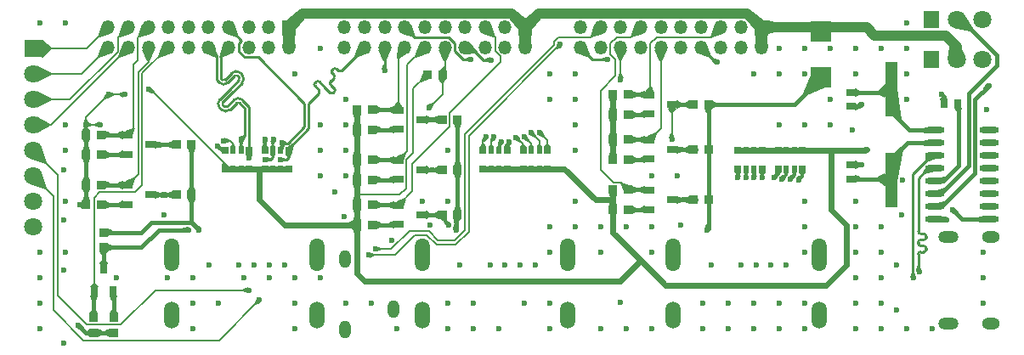
<source format=gbr>
%TF.GenerationSoftware,KiCad,Pcbnew,8.0.7-8.0.7-0~ubuntu24.04.1*%
%TF.CreationDate,2025-01-05T15:57:20-05:00*%
%TF.ProjectId,3xHDMI,33784844-4d49-42e6-9b69-6361645f7063,v1*%
%TF.SameCoordinates,Original*%
%TF.FileFunction,Copper,L4,Bot*%
%TF.FilePolarity,Positive*%
%FSLAX46Y46*%
G04 Gerber Fmt 4.6, Leading zero omitted, Abs format (unit mm)*
G04 Created by KiCad (PCBNEW 8.0.7-8.0.7-0~ubuntu24.04.1) date 2025-01-05 15:57:20*
%MOMM*%
%LPD*%
G01*
G04 APERTURE LIST*
%TA.AperFunction,ComponentPad*%
%ADD10O,1.500000X2.700000*%
%TD*%
%TA.AperFunction,ComponentPad*%
%ADD11O,1.500000X3.300000*%
%TD*%
%TA.AperFunction,ComponentPad*%
%ADD12R,1.575000X1.800000*%
%TD*%
%TA.AperFunction,ComponentPad*%
%ADD13C,1.800000*%
%TD*%
%TA.AperFunction,ComponentPad*%
%ADD14R,1.350000X1.350000*%
%TD*%
%TA.AperFunction,ComponentPad*%
%ADD15O,1.350000X1.350000*%
%TD*%
%TA.AperFunction,ComponentPad*%
%ADD16R,1.800000X1.800000*%
%TD*%
%TA.AperFunction,ComponentPad*%
%ADD17O,2.000000X1.200000*%
%TD*%
%TA.AperFunction,ComponentPad*%
%ADD18O,1.800000X1.200000*%
%TD*%
%TA.AperFunction,SMDPad,CuDef*%
%ADD19R,0.806000X0.864000*%
%TD*%
%TA.AperFunction,SMDPad,CuDef*%
%ADD20O,1.971000X0.602000*%
%TD*%
%TA.AperFunction,SMDPad,CuDef*%
%ADD21R,1.000000X0.800000*%
%TD*%
%TA.AperFunction,SMDPad,CuDef*%
%ADD22R,0.650000X0.800000*%
%TD*%
%TA.AperFunction,SMDPad,CuDef*%
%ADD23R,0.500000X0.800000*%
%TD*%
%TA.AperFunction,ComponentPad*%
%ADD24O,1.200000X1.800000*%
%TD*%
%TA.AperFunction,SMDPad,CuDef*%
%ADD25R,0.800000X0.900000*%
%TD*%
%TA.AperFunction,SMDPad,CuDef*%
%ADD26R,0.800000X1.000000*%
%TD*%
%TA.AperFunction,SMDPad,CuDef*%
%ADD27R,0.900000X0.800000*%
%TD*%
%TA.AperFunction,SMDPad,CuDef*%
%ADD28R,0.864000X0.806000*%
%TD*%
%TA.AperFunction,SMDPad,CuDef*%
%ADD29R,2.000000X2.000000*%
%TD*%
%TA.AperFunction,SMDPad,CuDef*%
%ADD30R,1.300000X5.500000*%
%TD*%
%TA.AperFunction,ViaPad*%
%ADD31C,0.600000*%
%TD*%
%TA.AperFunction,Conductor*%
%ADD32C,1.000000*%
%TD*%
%TA.AperFunction,Conductor*%
%ADD33C,0.400000*%
%TD*%
%TA.AperFunction,Conductor*%
%ADD34C,0.200000*%
%TD*%
%TA.AperFunction,Conductor*%
%ADD35C,0.600000*%
%TD*%
%TA.AperFunction,Conductor*%
%ADD36C,0.276400*%
%TD*%
%TA.AperFunction,Conductor*%
%ADD37C,0.212600*%
%TD*%
G04 APERTURE END LIST*
D10*
%TO.P,J4,20,SHD*%
%TO.N,Net-(C10-Pad1)*%
X30249000Y-31479000D03*
%TO.P,J4,21,SHD*%
X15751000Y-31479000D03*
D11*
%TO.P,J4,22,SHD*%
X30249000Y-25480000D03*
%TO.P,J4,23,SHD*%
X15751000Y-25480000D03*
%TD*%
D12*
%TO.P,J6,1,1*%
%TO.N,+3V3*%
X91460000Y-6000000D03*
D13*
%TO.P,J6,2,2*%
%TO.N,+5V*%
X94000000Y-6000000D03*
%TO.P,J6,3,3*%
%TO.N,GND*%
X96540000Y-6000000D03*
%TD*%
D14*
%TO.P,J7,1,Pin_1*%
%TO.N,+5V*%
X27450000Y-2800000D03*
D15*
%TO.P,J7,2,Pin_2*%
X27450000Y-4800000D03*
%TO.P,J7,3,Pin_3*%
%TO.N,GND*%
X25450000Y-2800000D03*
%TO.P,J7,4,Pin_4*%
X25450000Y-4800000D03*
%TO.P,J7,5,Pin_5*%
%TO.N,/HDMI2_CK+*%
X23450000Y-2800000D03*
%TO.P,J7,6,Pin_6*%
%TO.N,/HDMI2_D1+*%
X23450000Y-4800000D03*
%TO.P,J7,7,Pin_7*%
%TO.N,/HDMI2_D2+*%
X21450000Y-2800000D03*
%TO.P,J7,8,Pin_8*%
%TO.N,/HDMI2_D0-*%
X21450000Y-4800000D03*
%TO.P,J7,9,Pin_9*%
%TO.N,unconnected-(J7-Pin_9-Pad9)*%
X19450000Y-2800000D03*
%TO.P,J7,10,Pin_10*%
%TO.N,/HDMI2_D0+*%
X19450000Y-4800000D03*
%TO.P,J7,11,Pin_11*%
%TO.N,GND*%
X17450000Y-2800000D03*
%TO.P,J7,12,Pin_12*%
%TO.N,/HDMI2_CK-*%
X17450000Y-4800000D03*
%TO.P,J7,13,Pin_13*%
%TO.N,/HDMI2_CEC*%
X15450000Y-2800000D03*
%TO.P,J7,14,Pin_14*%
%TO.N,/HDMI2_HPD*%
X15450000Y-4800000D03*
%TO.P,J7,15,Pin_15*%
%TO.N,/HDMI2_SCL*%
X13450000Y-2800000D03*
%TO.P,J7,16,Pin_16*%
%TO.N,/HDMI2_SDA*%
X13450000Y-4800000D03*
%TO.P,J7,17,Pin_17*%
%TO.N,/PL_KEY2*%
X11450000Y-2800000D03*
%TO.P,J7,18,Pin_18*%
%TO.N,/PL_KEY3*%
X11450000Y-4800000D03*
%TO.P,J7,19,Pin_19*%
%TO.N,/PL_KEY0*%
X9450000Y-2800000D03*
%TO.P,J7,20,Pin_20*%
%TO.N,/PL_KEY1*%
X9450000Y-4800000D03*
%TD*%
D14*
%TO.P,J8,1,Pin_1*%
%TO.N,+5V*%
X51000000Y-2800000D03*
D15*
%TO.P,J8,2,Pin_2*%
X51000000Y-4800000D03*
%TO.P,J8,3,Pin_3*%
%TO.N,GND*%
X49000000Y-2800000D03*
%TO.P,J8,4,Pin_4*%
X49000000Y-4800000D03*
%TO.P,J8,5,Pin_5*%
%TO.N,/HDMI1_HPD*%
X47000000Y-2800000D03*
%TO.P,J8,6,Pin_6*%
%TO.N,/HDMI1_D2-*%
X47000000Y-4800000D03*
%TO.P,J8,7,Pin_7*%
%TO.N,/HDMI1_D1-*%
X45000000Y-2800000D03*
%TO.P,J8,8,Pin_8*%
%TO.N,/HDMI1_D2+*%
X45000000Y-4800000D03*
%TO.P,J8,9,Pin_9*%
%TO.N,unconnected-(J8-Pin_9-Pad9)*%
X43000000Y-2800000D03*
%TO.P,J8,10,Pin_10*%
%TO.N,/HDMI1_CEC*%
X43000000Y-4800000D03*
%TO.P,J8,11,Pin_11*%
%TO.N,GND*%
X41000000Y-2800000D03*
%TO.P,J8,12,Pin_12*%
%TO.N,/HDMI1_SDA*%
X41000000Y-4800000D03*
%TO.P,J8,13,Pin_13*%
%TO.N,/HDMI1_D1+*%
X39000000Y-2800000D03*
%TO.P,J8,14,Pin_14*%
%TO.N,/HDMI1_SCL*%
X39000000Y-4800000D03*
%TO.P,J8,15,Pin_15*%
%TO.N,/HDMI1_D0+*%
X37000000Y-2800000D03*
%TO.P,J8,16,Pin_16*%
%TO.N,/HDMI1_CK+*%
X37000000Y-4800000D03*
%TO.P,J8,17,Pin_17*%
%TO.N,/HDMI1_D0-*%
X35000000Y-2800000D03*
%TO.P,J8,18,Pin_18*%
%TO.N,/HDMI2_D2-*%
X35000000Y-4800000D03*
%TO.P,J8,19,Pin_19*%
%TO.N,/HDMI1_CK-*%
X33000000Y-2800000D03*
%TO.P,J8,20,Pin_20*%
%TO.N,/HDMI2_D1-*%
X33000000Y-4800000D03*
%TD*%
D12*
%TO.P,J10,1,1*%
%TO.N,/TXD*%
X91460000Y-2000000D03*
D13*
%TO.P,J10,2,2*%
%TO.N,/RXD*%
X94000000Y-2000000D03*
%TO.P,J10,3,3*%
%TO.N,GND*%
X96540000Y-2000000D03*
%TD*%
D14*
%TO.P,J9,1,Pin_1*%
%TO.N,+5V*%
X74500000Y-2800000D03*
D15*
%TO.P,J9,2,Pin_2*%
X74500000Y-4800000D03*
%TO.P,J9,3,Pin_3*%
%TO.N,GND*%
X72500000Y-2800000D03*
%TO.P,J9,4,Pin_4*%
X72500000Y-4800000D03*
%TO.P,J9,5,Pin_5*%
%TO.N,/HDMI0_SCL*%
X70500000Y-2800000D03*
%TO.P,J9,6,Pin_6*%
%TO.N,/HDMI0_D2-*%
X70500000Y-4800000D03*
%TO.P,J9,7,Pin_7*%
%TO.N,/HDMI0_D1-*%
X68500000Y-2800000D03*
%TO.P,J9,8,Pin_8*%
%TO.N,/HDMI0_D2+*%
X68500000Y-4800000D03*
%TO.P,J9,9,Pin_9*%
%TO.N,unconnected-(J9-Pin_9-Pad9)*%
X66500000Y-2800000D03*
%TO.P,J9,10,Pin_10*%
%TO.N,/HDMI0_D1+*%
X66500000Y-4800000D03*
%TO.P,J9,11,Pin_11*%
%TO.N,GND*%
X64500000Y-2800000D03*
%TO.P,J9,12,Pin_12*%
%TO.N,/HDMI0_SDA*%
X64500000Y-4800000D03*
%TO.P,J9,13,Pin_13*%
%TO.N,/HDMI0_HPD*%
X62500000Y-2800000D03*
%TO.P,J9,14,Pin_14*%
%TO.N,/HDMI0_D0-*%
X62500000Y-4800000D03*
%TO.P,J9,15,Pin_15*%
%TO.N,/HDMI0_D0+*%
X60500000Y-2800000D03*
%TO.P,J9,16,Pin_16*%
%TO.N,/HDMI0_CEC*%
X60500000Y-4800000D03*
%TO.P,J9,17,Pin_17*%
%TO.N,/AUDIO_R*%
X58500000Y-2800000D03*
%TO.P,J9,18,Pin_18*%
%TO.N,/HDMI0_CK-*%
X58500000Y-4800000D03*
%TO.P,J9,19,Pin_19*%
%TO.N,/AUDIO_L*%
X56500000Y-2800000D03*
%TO.P,J9,20,Pin_20*%
%TO.N,/HDMI0_CK+*%
X56500000Y-4800000D03*
%TD*%
D10*
%TO.P,J3,20,SHD*%
%TO.N,Net-(C11-Pad1)*%
X55249000Y-31479000D03*
%TO.P,J3,21,SHD*%
X40751000Y-31479000D03*
D11*
%TO.P,J3,22,SHD*%
X55249000Y-25480000D03*
%TO.P,J3,23,SHD*%
X40751000Y-25480000D03*
%TD*%
D16*
%TO.P,P1,1,1*%
%TO.N,/PL_KEY0*%
X2000000Y-4920000D03*
D13*
%TO.P,P1,2,2*%
%TO.N,/PL_KEY1*%
X2000000Y-7460000D03*
%TO.P,P1,3,3*%
%TO.N,/PL_KEY2*%
X2000000Y-10000000D03*
%TO.P,P1,4,4*%
%TO.N,/PL_KEY3*%
X2000000Y-12540000D03*
%TO.P,P1,5,5*%
%TO.N,/AUDIO_L*%
X2000000Y-15080000D03*
%TO.P,P1,6,6*%
%TO.N,/AUDIO_R*%
X2000000Y-17620000D03*
%TO.P,P1,7,7*%
%TO.N,+5V*%
X2000000Y-20160000D03*
%TO.P,P1,8,8*%
%TO.N,GND*%
X2000000Y-22700000D03*
%TD*%
D10*
%TO.P,J1,20,SHD*%
%TO.N,Net-(C12-Pad1)*%
X80249000Y-31479000D03*
%TO.P,J1,21,SHD*%
X65751000Y-31479000D03*
D11*
%TO.P,J1,22,SHD*%
X80249000Y-25480000D03*
%TO.P,J1,23,SHD*%
X65751000Y-25480000D03*
%TD*%
D17*
%TO.P,J5,1,EP*%
%TO.N,GND*%
X93191500Y-32320000D03*
%TO.P,J5,2,EP*%
X93191500Y-23680000D03*
D18*
%TO.P,J5,3,EP*%
X97371500Y-32320000D03*
%TO.P,J5,4,EP*%
X97371500Y-23680000D03*
%TD*%
D19*
%TO.P,R21,1*%
%TO.N,+3V3*%
X34247000Y-16000000D03*
%TO.P,R21,2*%
%TO.N,/HDMI1_SDA*%
X35753000Y-16000000D03*
%TD*%
D20*
%TO.P,U1,1,GND*%
%TO.N,GND*%
X91764000Y-21945000D03*
%TO.P,U1,2,TXD*%
%TO.N,/TXD*%
X91764000Y-20675000D03*
%TO.P,U1,3,RXD*%
%TO.N,/RXD*%
X91764000Y-19405000D03*
%TO.P,U1,4,V3*%
%TO.N,Net-(U1-V3)*%
X91764000Y-18135000D03*
%TO.P,U1,5,UD+*%
%TO.N,/D+*%
X91764000Y-16865000D03*
%TO.P,U1,6,UD-*%
%TO.N,/D-*%
X91764000Y-15595000D03*
%TO.P,U1,7,XI*%
%TO.N,Net-(U1-XI)*%
X91764000Y-14325000D03*
%TO.P,U1,8,XO*%
%TO.N,Net-(U1-XO)*%
X91764000Y-13055000D03*
%TO.P,U1,9,CTS#*%
%TO.N,unconnected-(U1-CTS#-Pad9)*%
X97236000Y-13055000D03*
%TO.P,U1,10,DSR#*%
%TO.N,unconnected-(U1-DSR#-Pad10)*%
X97236000Y-14325000D03*
%TO.P,U1,11,RI*%
%TO.N,unconnected-(U1-RI-Pad11)*%
X97236000Y-15595000D03*
%TO.P,U1,12,DCD#*%
%TO.N,unconnected-(U1-DCD#-Pad12)*%
X97236000Y-16865000D03*
%TO.P,U1,13,DTR#*%
%TO.N,unconnected-(U1-DTR#-Pad13)*%
X97236000Y-18135000D03*
%TO.P,U1,14,RTS#*%
%TO.N,unconnected-(U1-RTS#-Pad14)*%
X97236000Y-19405000D03*
%TO.P,U1,15,R232*%
%TO.N,unconnected-(U1-R232-Pad15)*%
X97236000Y-20675000D03*
%TO.P,U1,16,VCC*%
%TO.N,+3V3*%
X97236000Y-21945000D03*
%TD*%
D21*
%TO.P,Q1,1,G*%
%TO.N,Net-(Q1-G)*%
X63350000Y-15950000D03*
%TO.P,Q1,2,S*%
%TO.N,/HDMI0_SDA*%
X63350000Y-14050000D03*
%TO.P,Q1,3,D*%
%TO.N,/SDA0*%
X65650000Y-15000000D03*
%TD*%
%TO.P,Q8,1,G*%
%TO.N,Net-(Q8-G)*%
X38350000Y-22450000D03*
%TO.P,Q8,2,S*%
%TO.N,/HDMI1_HPD*%
X38350000Y-20550000D03*
%TO.P,Q8,3,D*%
%TO.N,/HPD1*%
X40650000Y-21500000D03*
%TD*%
D22*
%TO.P,RN2,1,1*%
%TO.N,/HDMI0_D2+*%
X78600000Y-16900000D03*
D23*
%TO.P,RN2,2,2*%
%TO.N,/HDMI0_D2-*%
X77800000Y-16900000D03*
%TO.P,RN2,3,3*%
%TO.N,/HDMI0_D1+*%
X77000000Y-16900000D03*
D22*
%TO.P,RN2,4,4*%
%TO.N,/HDMI0_D1-*%
X76200000Y-16900000D03*
%TO.P,RN2,5,5*%
%TO.N,+3V3*%
X76200000Y-15100000D03*
D23*
%TO.P,RN2,6,6*%
X77000000Y-15100000D03*
%TO.P,RN2,7,7*%
X77800000Y-15100000D03*
D22*
%TO.P,RN2,8,8*%
X78600000Y-15100000D03*
%TD*%
D19*
%TO.P,R23,1*%
%TO.N,+3V3*%
X34247000Y-13000000D03*
%TO.P,R23,2*%
%TO.N,Net-(Q4-G)*%
X35753000Y-13000000D03*
%TD*%
%TO.P,R32,1*%
%TO.N,+3V3*%
X7247000Y-13500000D03*
%TO.P,R32,2*%
%TO.N,/HDMI2_SCL*%
X8753000Y-13500000D03*
%TD*%
%TO.P,R12,1*%
%TO.N,+3V3*%
X59747000Y-14000000D03*
%TO.P,R12,2*%
%TO.N,/HDMI0_SDA*%
X61253000Y-14000000D03*
%TD*%
%TO.P,R5,1*%
%TO.N,/HDMI1_CEC*%
X42753000Y-7500000D03*
%TO.P,R5,2*%
%TO.N,+3V3*%
X41247000Y-7500000D03*
%TD*%
%TO.P,R31,1*%
%TO.N,+3V3*%
X7247000Y-15500000D03*
%TO.P,R31,2*%
%TO.N,Net-(Q6-G)*%
X8753000Y-15500000D03*
%TD*%
D24*
%TO.P,J2,2,2*%
%TO.N,Net-(C1-Pad1)*%
X37876000Y-30912500D03*
%TO.P,J2,3,3*%
%TO.N,GND*%
X33076000Y-32912500D03*
%TO.P,J2,4,4*%
%TO.N,Net-(C2-Pad1)*%
X33076000Y-25912500D03*
%TD*%
D19*
%TO.P,R16,1*%
%TO.N,+3V3*%
X59747000Y-9500000D03*
%TO.P,R16,2*%
%TO.N,/HDMI0_SCL*%
X61253000Y-9500000D03*
%TD*%
D25*
%TO.P,C3,1*%
%TO.N,Net-(U1-V3)*%
X94100000Y-10400000D03*
%TO.P,C3,2*%
%TO.N,GND*%
X92700000Y-10400000D03*
%TD*%
D19*
%TO.P,R24,1*%
%TO.N,+3V3*%
X34247000Y-11000000D03*
%TO.P,R24,2*%
%TO.N,/HDMI1_SCL*%
X35753000Y-11000000D03*
%TD*%
D22*
%TO.P,RN4,1,1*%
%TO.N,/HDMI1_D1-*%
X50800000Y-15100000D03*
D23*
%TO.P,RN4,2,2*%
%TO.N,/HDMI1_D1+*%
X51600000Y-15100000D03*
%TO.P,RN4,3,3*%
%TO.N,/HDMI1_D2-*%
X52400000Y-15100000D03*
D22*
%TO.P,RN4,4,4*%
%TO.N,/HDMI1_D2+*%
X53200000Y-15100000D03*
%TO.P,RN4,5,5*%
%TO.N,+3V3*%
X53200000Y-16900000D03*
D23*
%TO.P,RN4,6,6*%
X52400000Y-16900000D03*
%TO.P,RN4,7,7*%
X51600000Y-16900000D03*
D22*
%TO.P,RN4,8,8*%
X50800000Y-16900000D03*
%TD*%
D26*
%TO.P,Q9,1,G*%
%TO.N,Net-(Q9-G)*%
X9950000Y-29150000D03*
%TO.P,Q9,2,S*%
%TO.N,/HDMI2_HPD*%
X8050000Y-29150000D03*
%TO.P,Q9,3,D*%
%TO.N,/HPD2*%
X9000000Y-26850000D03*
%TD*%
D27*
%TO.P,C4,1*%
%TO.N,Net-(U1-XO)*%
X83462500Y-9300000D03*
%TO.P,C4,2*%
%TO.N,GND*%
X83462500Y-10700000D03*
%TD*%
D28*
%TO.P,R45,1*%
%TO.N,Net-(D1-K)*%
X9000000Y-23247000D03*
%TO.P,R45,2*%
%TO.N,/HPD2*%
X9000000Y-24753000D03*
%TD*%
D29*
%TO.P,D1,1,K*%
%TO.N,Net-(D1-K)*%
X80500000Y-7800000D03*
%TO.P,D1,2,A*%
%TO.N,+5V*%
X80500000Y-3200000D03*
%TD*%
D19*
%TO.P,R25,1*%
%TO.N,Net-(D1-K)*%
X44253000Y-12000000D03*
%TO.P,R25,2*%
%TO.N,/SCL1*%
X42747000Y-12000000D03*
%TD*%
D21*
%TO.P,Q2,1,G*%
%TO.N,Net-(Q2-G)*%
X63350000Y-11450000D03*
%TO.P,Q2,2,S*%
%TO.N,/HDMI0_SCL*%
X63350000Y-9550000D03*
%TO.P,Q2,3,D*%
%TO.N,/SCL0*%
X65650000Y-10500000D03*
%TD*%
D19*
%TO.P,R9,1*%
%TO.N,+3V3*%
X59747000Y-21000000D03*
%TO.P,R9,2*%
%TO.N,Net-(Q7-G)*%
X61253000Y-21000000D03*
%TD*%
%TO.P,R20,1*%
%TO.N,+3V3*%
X34247000Y-18000000D03*
%TO.P,R20,2*%
%TO.N,Net-(Q3-G)*%
X35753000Y-18000000D03*
%TD*%
D21*
%TO.P,Q7,1,G*%
%TO.N,Net-(Q7-G)*%
X63350000Y-20950000D03*
%TO.P,Q7,2,S*%
%TO.N,/HDMI0_HPD*%
X63350000Y-19050000D03*
%TO.P,Q7,3,D*%
%TO.N,/HPD0*%
X65650000Y-20000000D03*
%TD*%
D19*
%TO.P,R41,1*%
%TO.N,+3V3*%
X34247000Y-20500000D03*
%TO.P,R41,2*%
%TO.N,/HDMI1_HPD*%
X35753000Y-20500000D03*
%TD*%
D22*
%TO.P,RN5,1,1*%
%TO.N,/HDMI2_CK-*%
X21100000Y-15100000D03*
D23*
%TO.P,RN5,2,2*%
%TO.N,/HDMI2_CK+*%
X21900000Y-15100000D03*
%TO.P,RN5,3,3*%
%TO.N,/HDMI2_D0+*%
X22700000Y-15100000D03*
D22*
%TO.P,RN5,4,4*%
%TO.N,/HDMI2_D0-*%
X23500000Y-15100000D03*
%TO.P,RN5,5,5*%
%TO.N,+3V3*%
X23500000Y-16900000D03*
D23*
%TO.P,RN5,6,6*%
X22700000Y-16900000D03*
%TO.P,RN5,7,7*%
X21900000Y-16900000D03*
D22*
%TO.P,RN5,8,8*%
X21100000Y-16900000D03*
%TD*%
D19*
%TO.P,R11,1*%
%TO.N,+3V3*%
X59747000Y-16000000D03*
%TO.P,R11,2*%
%TO.N,Net-(Q1-G)*%
X61253000Y-16000000D03*
%TD*%
%TO.P,R29,1*%
%TO.N,+3V3*%
X7247000Y-18500000D03*
%TO.P,R29,2*%
%TO.N,/HDMI2_SDA*%
X8753000Y-18500000D03*
%TD*%
D21*
%TO.P,Q5,1,G*%
%TO.N,Net-(Q5-G)*%
X11350000Y-20450000D03*
%TO.P,Q5,2,S*%
%TO.N,/HDMI2_SDA*%
X11350000Y-18550000D03*
%TO.P,Q5,3,D*%
%TO.N,/SDA2*%
X13650000Y-19500000D03*
%TD*%
D19*
%TO.P,R14,1*%
%TO.N,Net-(D1-K)*%
X69253000Y-15000000D03*
%TO.P,R14,2*%
%TO.N,/SDA0*%
X67747000Y-15000000D03*
%TD*%
%TO.P,R33,1*%
%TO.N,Net-(D1-K)*%
X17753000Y-14500000D03*
%TO.P,R33,2*%
%TO.N,/SCL2*%
X16247000Y-14500000D03*
%TD*%
D27*
%TO.P,C5,1*%
%TO.N,Net-(U1-XI)*%
X83462500Y-17900000D03*
%TO.P,C5,2*%
%TO.N,GND*%
X83462500Y-16500000D03*
%TD*%
D22*
%TO.P,RN6,1,1*%
%TO.N,/HDMI2_D1+*%
X25050000Y-15100000D03*
D23*
%TO.P,RN6,2,2*%
%TO.N,/HDMI2_D1-*%
X25850000Y-15100000D03*
%TO.P,RN6,3,3*%
%TO.N,/HDMI2_D2+*%
X26650000Y-15100000D03*
D22*
%TO.P,RN6,4,4*%
%TO.N,/HDMI2_D2-*%
X27450000Y-15100000D03*
%TO.P,RN6,5,5*%
%TO.N,+3V3*%
X27450000Y-16900000D03*
D23*
%TO.P,RN6,6,6*%
X26650000Y-16900000D03*
%TO.P,RN6,7,7*%
X25850000Y-16900000D03*
D22*
%TO.P,RN6,8,8*%
X25050000Y-16900000D03*
%TD*%
%TO.P,RN1,1,1*%
%TO.N,/HDMI0_D0+*%
X74600000Y-16900000D03*
D23*
%TO.P,RN1,2,2*%
%TO.N,/HDMI0_D0-*%
X73800000Y-16900000D03*
%TO.P,RN1,3,3*%
%TO.N,/HDMI0_CK+*%
X73000000Y-16900000D03*
D22*
%TO.P,RN1,4,4*%
%TO.N,/HDMI0_CK-*%
X72200000Y-16900000D03*
%TO.P,RN1,5,5*%
%TO.N,+3V3*%
X72200000Y-15100000D03*
D23*
%TO.P,RN1,6,6*%
X73000000Y-15100000D03*
%TO.P,RN1,7,7*%
X73800000Y-15100000D03*
D22*
%TO.P,RN1,8,8*%
X74600000Y-15100000D03*
%TD*%
D19*
%TO.P,R30,1*%
%TO.N,Net-(D1-K)*%
X17753000Y-19500000D03*
%TO.P,R30,2*%
%TO.N,/SDA2*%
X16247000Y-19500000D03*
%TD*%
D22*
%TO.P,RN3,1,1*%
%TO.N,/HDMI1_CK-*%
X46800000Y-15100000D03*
D23*
%TO.P,RN3,2,2*%
%TO.N,/HDMI1_CK+*%
X47600000Y-15100000D03*
%TO.P,RN3,3,3*%
%TO.N,/HDMI1_D0-*%
X48400000Y-15100000D03*
D22*
%TO.P,RN3,4,4*%
%TO.N,/HDMI1_D0+*%
X49200000Y-15100000D03*
%TO.P,RN3,5,5*%
%TO.N,+3V3*%
X49200000Y-16900000D03*
D23*
%TO.P,RN3,6,6*%
X48400000Y-16900000D03*
%TO.P,RN3,7,7*%
X47600000Y-16900000D03*
D22*
%TO.P,RN3,8,8*%
X46800000Y-16900000D03*
%TD*%
D19*
%TO.P,R15,1*%
%TO.N,+3V3*%
X59747000Y-11500000D03*
%TO.P,R15,2*%
%TO.N,Net-(Q2-G)*%
X61253000Y-11500000D03*
%TD*%
D28*
%TO.P,R43,1*%
%TO.N,+3V3*%
X10000000Y-33253000D03*
%TO.P,R43,2*%
%TO.N,Net-(Q9-G)*%
X10000000Y-31747000D03*
%TD*%
D19*
%TO.P,R10,1*%
%TO.N,+3V3*%
X59747000Y-19000000D03*
%TO.P,R10,2*%
%TO.N,/HDMI0_HPD*%
X61253000Y-19000000D03*
%TD*%
D28*
%TO.P,R44,1*%
%TO.N,+3V3*%
X8000000Y-33253000D03*
%TO.P,R44,2*%
%TO.N,/HDMI2_HPD*%
X8000000Y-31747000D03*
%TD*%
D19*
%TO.P,R17,1*%
%TO.N,Net-(D1-K)*%
X69253000Y-10500000D03*
%TO.P,R17,2*%
%TO.N,/SCL0*%
X67747000Y-10500000D03*
%TD*%
D30*
%TO.P,X1,1,OSC1*%
%TO.N,Net-(U1-XI)*%
X87462500Y-18053000D03*
%TO.P,X1,2,OSC2*%
%TO.N,Net-(U1-XO)*%
X87462500Y-8947000D03*
%TD*%
D21*
%TO.P,Q3,1,G*%
%TO.N,Net-(Q3-G)*%
X38350000Y-17950000D03*
%TO.P,Q3,2,S*%
%TO.N,/HDMI1_SDA*%
X38350000Y-16050000D03*
%TO.P,Q3,3,D*%
%TO.N,/SDA1*%
X40650000Y-17000000D03*
%TD*%
D19*
%TO.P,R39,1*%
%TO.N,Net-(D1-K)*%
X69253000Y-20000000D03*
%TO.P,R39,2*%
%TO.N,/HPD0*%
X67747000Y-20000000D03*
%TD*%
%TO.P,R22,1*%
%TO.N,Net-(D1-K)*%
X44253000Y-17000000D03*
%TO.P,R22,2*%
%TO.N,/SDA1*%
X42747000Y-17000000D03*
%TD*%
%TO.P,R42,1*%
%TO.N,Net-(D1-K)*%
X44253000Y-21500000D03*
%TO.P,R42,2*%
%TO.N,/HPD1*%
X42747000Y-21500000D03*
%TD*%
%TO.P,R40,1*%
%TO.N,+3V3*%
X34247000Y-22500000D03*
%TO.P,R40,2*%
%TO.N,Net-(Q8-G)*%
X35753000Y-22500000D03*
%TD*%
D21*
%TO.P,Q4,1,G*%
%TO.N,Net-(Q4-G)*%
X38350000Y-12950000D03*
%TO.P,Q4,2,S*%
%TO.N,/HDMI1_SCL*%
X38350000Y-11050000D03*
%TO.P,Q4,3,D*%
%TO.N,/SCL1*%
X40650000Y-12000000D03*
%TD*%
D19*
%TO.P,R28,1*%
%TO.N,+3V3*%
X7247000Y-20500000D03*
%TO.P,R28,2*%
%TO.N,Net-(Q5-G)*%
X8753000Y-20500000D03*
%TD*%
D21*
%TO.P,Q6,1,G*%
%TO.N,Net-(Q6-G)*%
X11350000Y-15450000D03*
%TO.P,Q6,2,S*%
%TO.N,/HDMI2_SCL*%
X11350000Y-13550000D03*
%TO.P,Q6,3,D*%
%TO.N,/SCL2*%
X13650000Y-14500000D03*
%TD*%
D31*
%TO.N,GND*%
X61085716Y-22676000D03*
X33000000Y-21656002D03*
X84500000Y-16500000D03*
X30605716Y-27756000D03*
X4999993Y-34324912D03*
X83945716Y-22676000D03*
X84500000Y-10500000D03*
X43305716Y-32836000D03*
X63625716Y-25216000D03*
X38225716Y-32836000D03*
X45845716Y-30296000D03*
X88000000Y-31000000D03*
X83945716Y-25216000D03*
X56005716Y-15056000D03*
X58545716Y-25216000D03*
X81405716Y-12516000D03*
X81405716Y-4896000D03*
X83945716Y-27756000D03*
X68705716Y-30296000D03*
X58545716Y-32836000D03*
X43305716Y-20136000D03*
X78865716Y-25216000D03*
X37700000Y-24000000D03*
X50500000Y-26500000D03*
X93000000Y-22000000D03*
X56005716Y-12516000D03*
X73785716Y-30296000D03*
X76325716Y-12516000D03*
X30605716Y-15056000D03*
X96645716Y-25216000D03*
X86485716Y-30296000D03*
X88000000Y-26500000D03*
X43305716Y-30296000D03*
X63625716Y-32836000D03*
X86485716Y-25216000D03*
X33145716Y-30296000D03*
X22985716Y-27756000D03*
X53465716Y-22676000D03*
X41500000Y-22500000D03*
X5000000Y-22000000D03*
X83945716Y-4896000D03*
X56005716Y-9976000D03*
X10285716Y-27756000D03*
X5000000Y-17000000D03*
X17905716Y-32836000D03*
X77001000Y-26499000D03*
X33145716Y-15056000D03*
X83945716Y-30296000D03*
X53465716Y-32836000D03*
X2665716Y-30296000D03*
X63625716Y-17596000D03*
X28065716Y-7436000D03*
X28065716Y-30296000D03*
X58545716Y-22676000D03*
X66165716Y-17596000D03*
X96645716Y-30296000D03*
X83945716Y-20136000D03*
X35685716Y-30296000D03*
X89025716Y-2356000D03*
X68705716Y-32836000D03*
X53465716Y-7436000D03*
X43305716Y-15056000D03*
X83945716Y-7436000D03*
X30605716Y-12516000D03*
X78865716Y-12516000D03*
X89025716Y-7436000D03*
X96645716Y-27756000D03*
X60500000Y-30247000D03*
X75500000Y-26500000D03*
X47500000Y-26500000D03*
X15000000Y-21500000D03*
X89025716Y-32836000D03*
X88500000Y-21500000D03*
X5205716Y-12516000D03*
X17905716Y-27756000D03*
X5205716Y-2356000D03*
X5205716Y-15056000D03*
X76325716Y-4896000D03*
X33145716Y-9976000D03*
X78865716Y-4896000D03*
X5000000Y-27000000D03*
X66500000Y-22500000D03*
X72500000Y-26500000D03*
X33145716Y-12516000D03*
X17905716Y-30296000D03*
X88612502Y-18000000D03*
X63625716Y-22676000D03*
X50925716Y-30296000D03*
X83600000Y-13000000D03*
X76325716Y-30296000D03*
X92500000Y-9500000D03*
X5205716Y-20136000D03*
X53465716Y-30296000D03*
X91565716Y-32836000D03*
X44500000Y-26500000D03*
X86485716Y-4896000D03*
X28065716Y-27756000D03*
X25525716Y-27756000D03*
X78865716Y-7436000D03*
X86485716Y-22676000D03*
X45845716Y-32836000D03*
X52000000Y-26500000D03*
X2665716Y-25216000D03*
X24000000Y-26500000D03*
X73785716Y-32836000D03*
X5205716Y-25216000D03*
X71245716Y-30296000D03*
X78865716Y-30296000D03*
X69500000Y-26500000D03*
X78865716Y-32836000D03*
X15365716Y-27756000D03*
X61085716Y-32836000D03*
X53465716Y-25216000D03*
X86485716Y-32836000D03*
X33145716Y-17596000D03*
X48385716Y-32836000D03*
X81405716Y-9976000D03*
X89025716Y-4896000D03*
X20445716Y-30296000D03*
X56005716Y-20136000D03*
X71245716Y-32836000D03*
X28065716Y-32836000D03*
X30605716Y-17596000D03*
X73785716Y-7436000D03*
X78865716Y-20136000D03*
X83945716Y-32836000D03*
X53465716Y-9976000D03*
X30605716Y-4896000D03*
X40765716Y-20136000D03*
X74000000Y-26500000D03*
X78865716Y-22676000D03*
X97000000Y-11000000D03*
X56005716Y-22676000D03*
X76325716Y-7436000D03*
X32000000Y-19247000D03*
X49000000Y-26500000D03*
X2665716Y-27756000D03*
X19500000Y-26500000D03*
X86485716Y-27756000D03*
X56005716Y-7436000D03*
X25500000Y-26500000D03*
X2665716Y-32836000D03*
X89025716Y-9976000D03*
X2665716Y-2356000D03*
X27000000Y-26500000D03*
X22500000Y-26500000D03*
X76325716Y-32836000D03*
%TO.N,Net-(D1-K)*%
X18500000Y-23000000D03*
X44099000Y-23000000D03*
X69099000Y-23000000D03*
%TO.N,/AUDIO_L*%
X35400000Y-25500000D03*
X54500000Y-4500000D03*
X23500000Y-29000000D03*
%TO.N,/AUDIO_R*%
X24500000Y-30000000D03*
X36100000Y-24900000D03*
%TO.N,+3V3*%
X59747000Y-15000000D03*
X6647000Y-20500000D03*
X93600000Y-21000000D03*
X13500000Y-9000000D03*
X59747000Y-20000000D03*
X6484735Y-32515265D03*
X85000000Y-15000000D03*
X8650000Y-12500000D03*
X11100000Y-9500000D03*
X59747000Y-10500000D03*
X7247000Y-12500000D03*
X9500000Y-9500000D03*
%TO.N,/D+*%
X90252271Y-27186585D03*
%TO.N,/D-*%
X89686585Y-27752271D03*
%TO.N,/HDMI0_D0+*%
X74600000Y-17800000D03*
%TO.N,/HDMI0_CK+*%
X59182842Y-6017158D03*
X73000000Y-17800000D03*
%TO.N,/SDA0*%
X66600000Y-15000000D03*
%TO.N,/HDMI0_D2+*%
X78218985Y-18000000D03*
X70100000Y-6300000D03*
%TO.N,/SCL0*%
X65600000Y-14000000D03*
%TO.N,/HDMI0_D1+*%
X76595946Y-17900000D03*
%TO.N,/HDMI0_CK-*%
X72200000Y-17800000D03*
%TO.N,/HDMI0_D0-*%
X73800000Y-17800000D03*
%TO.N,/HDMI0_D2-*%
X77423910Y-17909934D03*
%TO.N,/HDMI0_D1-*%
X75800000Y-17800000D03*
%TO.N,/HDMI1_D1-*%
X50099500Y-13800000D03*
%TO.N,/HDMI1_D2+*%
X47632842Y-6067158D03*
X52409561Y-13269136D03*
%TO.N,/HDMI1_CK+*%
X37000000Y-7100000D03*
X47899500Y-13747798D03*
%TO.N,/HDMI1_D0+*%
X49400500Y-14200000D03*
%TO.N,/HDMI1_D0-*%
X48600000Y-14200000D03*
%TO.N,/HDMI2_D1-*%
X25099501Y-16000000D03*
X25900000Y-14000000D03*
%TO.N,/HDMI1_CK-*%
X47097858Y-13718886D03*
%TO.N,/HDMI1_D1+*%
X50899500Y-13712077D03*
X45582842Y-6017158D03*
%TO.N,/HDMI0_CEC*%
X60500000Y-8000000D03*
%TO.N,/SDA1*%
X41800000Y-17000000D03*
%TO.N,/SCL1*%
X41800000Y-12000000D03*
%TO.N,/HDMI1_D2-*%
X51574365Y-13282470D03*
%TO.N,/HDMI2_CK+*%
X20907842Y-14092158D03*
%TO.N,/HDMI2_D2+*%
X26800000Y-14283230D03*
%TO.N,/HDMI2_D2-*%
X26600501Y-16000000D03*
%TO.N,/SDA2*%
X15000000Y-19500000D03*
%TO.N,/SCL2*%
X14400000Y-14500000D03*
%TO.N,/HDMI2_D0+*%
X22700000Y-14000000D03*
%TO.N,/HDMI2_D0-*%
X23500000Y-15800000D03*
%TO.N,/HDMI2_CK-*%
X20342155Y-14657845D03*
%TO.N,/HDMI2_D1+*%
X25100000Y-14000000D03*
%TO.N,/HDMI1_CEC*%
X41400000Y-10800000D03*
%TO.N,/TXD*%
X97200000Y-8600000D03*
%TO.N,/HPD0*%
X66800000Y-20000000D03*
%TO.N,/HPD1*%
X43399000Y-22500000D03*
%TO.N,/HPD2*%
X17500000Y-23000000D03*
%TD*%
D32*
%TO.N,+5V*%
X52375000Y-1425000D02*
X73125000Y-1425000D01*
X85017081Y-2800000D02*
X85817081Y-3600000D01*
X92872792Y-3600000D02*
X94000000Y-4727208D01*
X49625000Y-1425000D02*
X28825000Y-1425000D01*
X51000000Y-2800000D02*
X52375000Y-1425000D01*
X74500000Y-2800000D02*
X85017081Y-2800000D01*
X74500000Y-2800000D02*
X74500000Y-4800000D01*
X94000000Y-4727208D02*
X94000000Y-6000000D01*
X73125000Y-1425000D02*
X74500000Y-2800000D01*
X28825000Y-1425000D02*
X27450000Y-2800000D01*
X51000000Y-2800000D02*
X49625000Y-1425000D01*
X85817081Y-3600000D02*
X92872792Y-3600000D01*
X27450000Y-2800000D02*
X27450000Y-4800000D01*
X51000000Y-4800000D02*
X51000000Y-2800000D01*
D33*
%TO.N,GND*%
X92700000Y-10400000D02*
X92700000Y-9700000D01*
X92945000Y-21945000D02*
X93000000Y-22000000D01*
X84300000Y-10700000D02*
X84500000Y-10500000D01*
X91764000Y-21945000D02*
X92945000Y-21945000D01*
X92700000Y-9700000D02*
X92500000Y-9500000D01*
X83462500Y-16500000D02*
X84500000Y-16500000D01*
X83462500Y-10700000D02*
X84300000Y-10700000D01*
D34*
%TO.N,/PL_KEY1*%
X6790000Y-7460000D02*
X9450000Y-4800000D01*
X2000000Y-7460000D02*
X6790000Y-7460000D01*
%TO.N,/PL_KEY0*%
X2000000Y-4920000D02*
X7330000Y-4920000D01*
X7330000Y-4920000D02*
X9450000Y-2800000D01*
D33*
%TO.N,Net-(D1-K)*%
X69253000Y-22846000D02*
X69253000Y-10500000D01*
X44099000Y-23000000D02*
X44099000Y-21654000D01*
X12753000Y-23247000D02*
X13700000Y-22300000D01*
X9000000Y-23247000D02*
X12753000Y-23247000D01*
X17753000Y-14500000D02*
X17753000Y-19500000D01*
X69099000Y-23000000D02*
X69253000Y-22846000D01*
X13700000Y-22300000D02*
X17800000Y-22300000D01*
X44253000Y-17000000D02*
X44253000Y-12000000D01*
X69253000Y-10500000D02*
X77800000Y-10500000D01*
X77800000Y-10500000D02*
X80500000Y-7800000D01*
X17800000Y-22300000D02*
X18500000Y-23000000D01*
X17753000Y-22253000D02*
X18500000Y-23000000D01*
X44253000Y-21500000D02*
X44253000Y-17000000D01*
X17753000Y-19500000D02*
X17753000Y-22253000D01*
D34*
%TO.N,/AUDIO_L*%
X38000000Y-25500000D02*
X35400000Y-25500000D01*
X39970000Y-23530000D02*
X38000000Y-25500000D01*
X45400000Y-23165686D02*
X44065686Y-24500000D01*
X44065686Y-24500000D02*
X42155924Y-24500000D01*
X41185924Y-23530000D02*
X39970000Y-23530000D01*
X42155924Y-24500000D02*
X41185924Y-23530000D01*
X23500000Y-29000000D02*
X14182000Y-29000000D01*
X14182000Y-29000000D02*
X10732000Y-32450000D01*
X10732000Y-32450000D02*
X7268000Y-32450000D01*
X54500000Y-4500000D02*
X45400000Y-13600000D01*
X7268000Y-32450000D02*
X4400000Y-29582000D01*
X4400000Y-17480000D02*
X2000000Y-15080000D01*
X4400000Y-29582000D02*
X4400000Y-17480000D01*
X45400000Y-13600000D02*
X45400000Y-23165686D01*
%TO.N,/AUDIO_R*%
X39448529Y-23100000D02*
X37648529Y-24900000D01*
X37648529Y-24900000D02*
X36100000Y-24900000D01*
X58500000Y-2800000D02*
X57475000Y-3825000D01*
X53900000Y-4534314D02*
X45000000Y-13434314D01*
X57475000Y-3825000D02*
X54326471Y-3825000D01*
X24500000Y-30000000D02*
X20500000Y-34000000D01*
X4000000Y-19620000D02*
X2000000Y-17620000D01*
X54326471Y-3825000D02*
X53900000Y-4251471D01*
X53900000Y-4251471D02*
X53900000Y-4534314D01*
X4000000Y-31000000D02*
X4000000Y-19620000D01*
X41400000Y-23100000D02*
X39448529Y-23100000D01*
X20500000Y-34000000D02*
X7000000Y-34000000D01*
X45000000Y-13434314D02*
X45000000Y-23000000D01*
X44000000Y-24000000D02*
X42300000Y-24000000D01*
X42300000Y-24000000D02*
X41400000Y-23100000D01*
X7000000Y-34000000D02*
X4000000Y-31000000D01*
X45000000Y-23000000D02*
X44000000Y-24000000D01*
%TO.N,+3V3*%
X7247000Y-11753000D02*
X7247000Y-12500000D01*
D33*
X7222470Y-33253000D02*
X6484735Y-32515265D01*
D35*
X62500000Y-26000000D02*
X65000000Y-28500000D01*
D34*
X41247000Y-7500000D02*
X39850000Y-8897000D01*
D35*
X34247000Y-19500000D02*
X34247000Y-18000000D01*
D33*
X94545000Y-21945000D02*
X97236000Y-21945000D01*
D35*
X21100000Y-16900000D02*
X24500000Y-16900000D01*
D34*
X39150000Y-18850000D02*
X38500000Y-19500000D01*
D35*
X34247000Y-20500000D02*
X34247000Y-19500000D01*
D33*
X7247000Y-18500000D02*
X7247000Y-15500000D01*
D35*
X59747000Y-21000000D02*
X59747000Y-19000000D01*
D34*
X8650000Y-12500000D02*
X7247000Y-12500000D01*
D35*
X54900000Y-16900000D02*
X58000000Y-20000000D01*
D34*
X13688000Y-9000000D02*
X13500000Y-9000000D01*
X39150000Y-16000000D02*
X39150000Y-18850000D01*
D35*
X59747000Y-11500000D02*
X59747000Y-10500000D01*
X65000000Y-28500000D02*
X81000000Y-28500000D01*
X84900000Y-15100000D02*
X81500000Y-15100000D01*
X83000000Y-26500000D02*
X83000000Y-22500000D01*
X59747000Y-15000000D02*
X59747000Y-14000000D01*
X59747000Y-10500000D02*
X59747000Y-9500000D01*
X59747000Y-16000000D02*
X59747000Y-15000000D01*
X46800000Y-16900000D02*
X53200000Y-16900000D01*
X72200000Y-15100000D02*
X78600000Y-15100000D01*
X24500000Y-16900000D02*
X24500000Y-20000000D01*
D34*
X7247000Y-12500000D02*
X7247000Y-13500000D01*
X38500000Y-19500000D02*
X34247000Y-19500000D01*
D35*
X81500000Y-15100000D02*
X78600000Y-15100000D01*
D33*
X8000000Y-33253000D02*
X7222470Y-33253000D01*
D35*
X34247000Y-18000000D02*
X34247000Y-16000000D01*
D34*
X21100000Y-16412000D02*
X13688000Y-9000000D01*
D35*
X60437500Y-28062500D02*
X34999654Y-28062500D01*
D34*
X39850000Y-8897000D02*
X39850000Y-15300000D01*
D35*
X34123500Y-22623500D02*
X34247000Y-22500000D01*
X34247000Y-16000000D02*
X34247000Y-13000000D01*
D33*
X7247000Y-20500000D02*
X6647000Y-20500000D01*
D35*
X83000000Y-22500000D02*
X81500000Y-21000000D01*
X85000000Y-15000000D02*
X84900000Y-15100000D01*
D33*
X10000000Y-33253000D02*
X8000000Y-33253000D01*
D35*
X24500000Y-20000000D02*
X27000000Y-22500000D01*
X34247000Y-22500000D02*
X34247000Y-20500000D01*
X62500000Y-26000000D02*
X60437500Y-28062500D01*
D34*
X9500000Y-9500000D02*
X7247000Y-11753000D01*
D35*
X59747000Y-23247000D02*
X62500000Y-26000000D01*
D34*
X21100000Y-16900000D02*
X21100000Y-16412000D01*
D35*
X58000000Y-20000000D02*
X59747000Y-20000000D01*
D33*
X93600000Y-21000000D02*
X94545000Y-21945000D01*
D35*
X59747000Y-11500000D02*
X59747000Y-14000000D01*
X53200000Y-16900000D02*
X54900000Y-16900000D01*
D34*
X39850000Y-15300000D02*
X39150000Y-16000000D01*
D33*
X7247000Y-20500000D02*
X7247000Y-18500000D01*
D35*
X59747000Y-20000000D02*
X59747000Y-23247000D01*
X34999654Y-28062500D02*
X34247000Y-27309846D01*
X81000000Y-28500000D02*
X83000000Y-26500000D01*
X34247000Y-27309846D02*
X34247000Y-22500000D01*
D34*
X9500000Y-9500000D02*
X11100000Y-9500000D01*
D35*
X24500000Y-16900000D02*
X27450000Y-16900000D01*
D33*
X7247000Y-15500000D02*
X7247000Y-13500000D01*
D35*
X81500000Y-21000000D02*
X81500000Y-15100000D01*
X34247000Y-13000000D02*
X34247000Y-11000000D01*
X27000000Y-22500000D02*
X34000000Y-22500000D01*
D36*
%TO.N,/D+*%
X90162985Y-17869747D02*
X90162985Y-23146768D01*
X90162985Y-24226768D02*
X90162985Y-24346768D01*
X91167732Y-16865000D02*
X90162985Y-17869747D01*
X90162985Y-27097299D02*
X90252271Y-27186585D01*
X90402985Y-23386768D02*
X90702689Y-23386768D01*
X90402985Y-24586768D02*
X90702689Y-24586768D01*
X90702689Y-23986768D02*
X90402985Y-23986768D01*
X90702689Y-25186768D02*
X90402985Y-25186768D01*
X90942689Y-24826768D02*
X90942689Y-24946768D01*
X90162985Y-25426768D02*
X90162985Y-25546768D01*
X90162985Y-25546768D02*
X90162985Y-27097299D01*
X90942689Y-23626768D02*
X90942689Y-23746768D01*
X90702689Y-24586768D02*
G75*
G02*
X90942732Y-24826768I11J-240032D01*
G01*
X90402985Y-25186768D02*
G75*
G03*
X90162968Y-25426768I15J-240032D01*
G01*
X90942689Y-24946768D02*
G75*
G02*
X90702689Y-25186789I-239989J-32D01*
G01*
X90402985Y-23986768D02*
G75*
G03*
X90162968Y-24226768I15J-240032D01*
G01*
X90162985Y-23146768D02*
G75*
G03*
X90402985Y-23386815I240015J-32D01*
G01*
X90162985Y-24346768D02*
G75*
G03*
X90402985Y-24586815I240015J-32D01*
G01*
X90942689Y-23746768D02*
G75*
G02*
X90702689Y-23986789I-239989J-32D01*
G01*
X90702689Y-23386768D02*
G75*
G02*
X90942732Y-23626768I11J-240032D01*
G01*
%TO.N,/D-*%
X89686585Y-27752271D02*
X89614071Y-27679757D01*
X89614071Y-17426464D02*
X91445535Y-15595000D01*
X89614071Y-27679757D02*
X89614071Y-17426464D01*
D33*
%TO.N,Net-(Q1-G)*%
X61253000Y-16000000D02*
X63553000Y-16000000D01*
%TO.N,Net-(Q2-G)*%
X61253000Y-11500000D02*
X63300000Y-11500000D01*
D37*
%TO.N,/HDMI0_D0+*%
X74600000Y-16900000D02*
X74600000Y-17800000D01*
%TO.N,/HDMI0_CK+*%
X59182842Y-6017158D02*
X57717158Y-6017158D01*
X57717158Y-6017158D02*
X56500000Y-4800000D01*
X73000000Y-16900000D02*
X73000000Y-17800000D01*
D33*
%TO.N,/SDA0*%
X67000000Y-15000000D02*
X68000000Y-15000000D01*
X65903000Y-15000000D02*
X67000000Y-15000000D01*
D34*
X66600000Y-15000000D02*
X67000000Y-15000000D01*
D37*
%TO.N,/HDMI0_D2+*%
X78600000Y-17617571D02*
X78218985Y-17998586D01*
X78600000Y-16900000D02*
X78600000Y-17617571D01*
X70100000Y-6300000D02*
X70000000Y-6300000D01*
X78218985Y-17998586D02*
X78218985Y-18000000D01*
X70000000Y-6300000D02*
X68500000Y-4800000D01*
D33*
%TO.N,/SCL0*%
X65650000Y-10500000D02*
X67747000Y-10500000D01*
D34*
X65600000Y-14000000D02*
X65600000Y-10550000D01*
D37*
%TO.N,/HDMI0_D1+*%
X77000000Y-16900000D02*
X77000000Y-17476405D01*
X77000000Y-17476405D02*
X76595946Y-17880459D01*
X76595946Y-17880459D02*
X76595946Y-17900000D01*
%TO.N,/HDMI0_CK-*%
X72200000Y-16900000D02*
X72200000Y-17800000D01*
%TO.N,/HDMI0_D0-*%
X73800000Y-16900000D02*
X73800000Y-17800000D01*
%TO.N,/HDMI0_D2-*%
X77800000Y-17533844D02*
X77423910Y-17909934D01*
X77800000Y-16900000D02*
X77800000Y-17533844D01*
%TO.N,/HDMI0_D1-*%
X76200000Y-16900000D02*
X76200000Y-17400000D01*
X76200000Y-17400000D02*
X75800000Y-17800000D01*
D33*
%TO.N,/HDMI0_SDA*%
X61253000Y-14000000D02*
X63553000Y-14000000D01*
D34*
X63350000Y-14050000D02*
X64500000Y-12900000D01*
X64500000Y-12900000D02*
X64500000Y-4800000D01*
%TO.N,/HDMI0_SCL*%
X63475000Y-4396141D02*
X63475000Y-9425000D01*
X64096141Y-3775000D02*
X63475000Y-4396141D01*
D33*
X61253000Y-9500000D02*
X63300000Y-9500000D01*
D34*
X70500000Y-2800000D02*
X69525000Y-3775000D01*
X69525000Y-3775000D02*
X64096141Y-3775000D01*
%TO.N,/HDMI0_HPD*%
X61475000Y-3825000D02*
X60096141Y-3825000D01*
X60521000Y-18268000D02*
X61253000Y-19000000D01*
X59500000Y-4421141D02*
X59500000Y-5485787D01*
X60000000Y-7651471D02*
X58500000Y-9151471D01*
X60000000Y-5985787D02*
X60000000Y-7651471D01*
X59500000Y-5485787D02*
X60000000Y-5985787D01*
X60096141Y-3825000D02*
X59500000Y-4421141D01*
D33*
X61253000Y-19000000D02*
X63553000Y-19000000D01*
D34*
X58500000Y-17000000D02*
X59768000Y-18268000D01*
X59768000Y-18268000D02*
X60521000Y-18268000D01*
X58500000Y-9151471D02*
X58500000Y-17000000D01*
X62500000Y-2800000D02*
X61475000Y-3825000D01*
%TO.N,/HDMI1_HPD*%
X48500000Y-6275000D02*
X48500000Y-5678859D01*
D33*
X35753000Y-20500000D02*
X38300000Y-20500000D01*
D34*
X43450000Y-12732000D02*
X43450000Y-11325000D01*
X48000000Y-5178859D02*
X48000000Y-3800000D01*
X38350000Y-20550000D02*
X39750000Y-19150000D01*
X39750000Y-19150000D02*
X39750000Y-16432000D01*
X39750000Y-16432000D02*
X43450000Y-12732000D01*
X48500000Y-5678859D02*
X48000000Y-5178859D01*
X43450000Y-11325000D02*
X48500000Y-6275000D01*
X48000000Y-3800000D02*
X47000000Y-2800000D01*
%TO.N,/HDMI1_D1-*%
X50800000Y-15100000D02*
X50800000Y-14500500D01*
X50800000Y-14500500D02*
X50099500Y-13800000D01*
%TO.N,/HDMI1_D2+*%
X53200000Y-14059575D02*
X52409561Y-13269136D01*
D37*
X45600000Y-4800000D02*
X45000000Y-4800000D01*
X47632842Y-6067158D02*
X46867158Y-6067158D01*
X46867158Y-6067158D02*
X45600000Y-4800000D01*
D34*
X53200000Y-15100000D02*
X53200000Y-14059575D01*
D37*
%TO.N,/HDMI1_CK+*%
X37000000Y-7100000D02*
X37000000Y-4800000D01*
D34*
X47899500Y-13747798D02*
X47600000Y-14047298D01*
X47600000Y-14047298D02*
X47600000Y-15100000D01*
%TO.N,/HDMI1_D0+*%
X49200000Y-14400500D02*
X49200000Y-15100000D01*
X49400500Y-14200000D02*
X49200000Y-14400500D01*
%TO.N,/HDMI1_D0-*%
X48400000Y-14500000D02*
X48400000Y-15100000D01*
X48600000Y-14300000D02*
X48400000Y-14500000D01*
X48600000Y-14200000D02*
X48600000Y-14300000D01*
%TO.N,/HDMI2_D1-*%
X25850000Y-14050000D02*
X25900000Y-14000000D01*
D37*
X25562600Y-16000000D02*
X25850000Y-15712600D01*
X25099501Y-16000000D02*
X25562600Y-16000000D01*
X25850000Y-15712600D02*
X25850000Y-15100000D01*
D34*
X25850000Y-15100000D02*
X25850000Y-14050000D01*
%TO.N,/HDMI1_CK-*%
X47097858Y-13718886D02*
X46800000Y-14016744D01*
X46800000Y-14016744D02*
X46800000Y-15100000D01*
D37*
%TO.N,/HDMI1_D1+*%
X39000000Y-2800000D02*
X39981300Y-3781300D01*
X39981300Y-3781300D02*
X43369068Y-3781300D01*
X44000000Y-4412232D02*
X44000000Y-5187768D01*
D34*
X51600000Y-14412577D02*
X50899500Y-13712077D01*
D37*
X43369068Y-3781300D02*
X44000000Y-4412232D01*
X44829390Y-6017158D02*
X45582842Y-6017158D01*
D34*
X51600000Y-15100000D02*
X51600000Y-14412577D01*
D37*
X44000000Y-5187768D02*
X44829390Y-6017158D01*
D34*
%TO.N,/HDMI0_CEC*%
X60500000Y-8000000D02*
X60500000Y-4800000D01*
D33*
%TO.N,/SDA1*%
X40650000Y-17000000D02*
X42747000Y-17000000D01*
%TO.N,/SCL1*%
X40650000Y-12000000D02*
X42747000Y-12000000D01*
D34*
%TO.N,/HDMI1_D2-*%
X52400000Y-14108105D02*
X51574365Y-13282470D01*
X52400000Y-15100000D02*
X52400000Y-14108105D01*
%TO.N,/HDMI2_CK+*%
X21592158Y-14092158D02*
X20907842Y-14092158D01*
X21900000Y-14400000D02*
X21592158Y-14092158D01*
X21900000Y-15100000D02*
X21900000Y-14400000D01*
D37*
%TO.N,/HDMI2_D2+*%
X26818700Y-14393700D02*
X26818700Y-14931300D01*
X22468700Y-5206468D02*
X23043532Y-5781300D01*
X29018699Y-10368699D02*
X29018699Y-12731301D01*
X21450000Y-2800000D02*
X22756116Y-4106116D01*
X23043532Y-5781300D02*
X24431300Y-5781300D01*
X22468700Y-4393532D02*
X22468700Y-5206468D01*
X22756116Y-4106116D02*
X22468700Y-4393532D01*
X26818700Y-14931300D02*
X26650000Y-15100000D01*
X24431300Y-5781300D02*
X29018699Y-10368699D01*
X29018699Y-12731301D02*
X27356300Y-14393700D01*
X27356300Y-14393700D02*
X26818700Y-14393700D01*
%TO.N,/HDMI2_D2-*%
X29431301Y-10368699D02*
X30426414Y-9373586D01*
X31020387Y-8779618D02*
X31020385Y-8779615D01*
X31915161Y-7545428D02*
X31764845Y-7395112D01*
X31614353Y-8185644D02*
X31915160Y-7884840D01*
X29431301Y-12902204D02*
X29431301Y-10368699D01*
X30426415Y-9034174D02*
X30058720Y-8666479D01*
X30482985Y-8242216D02*
X31020387Y-8779618D01*
X31897197Y-9317016D02*
X31982049Y-9232163D01*
X27450000Y-15712600D02*
X27450000Y-15100000D01*
X27450000Y-14883505D02*
X29431301Y-12902204D01*
X33050000Y-6750000D02*
X35000000Y-4800000D01*
X31764844Y-7055702D02*
X31849699Y-6970848D01*
X32678838Y-7121165D02*
X33050000Y-6750000D01*
X27162600Y-16000000D02*
X27450000Y-15712600D01*
X31982049Y-8892751D02*
X31614353Y-8525055D01*
X30058719Y-8327069D02*
X30143573Y-8242216D01*
X26600501Y-16000000D02*
X27162600Y-16000000D01*
X32189109Y-6970849D02*
X32339426Y-7121166D01*
X31020385Y-8779615D02*
X31557786Y-9317016D01*
X31557786Y-9317016D02*
G75*
G03*
X31897197Y-9317017I169706J169707D01*
G01*
X31982049Y-9232163D02*
G75*
G03*
X31982006Y-8892794I-169749J169663D01*
G01*
X30426414Y-9373586D02*
G75*
G03*
X30426395Y-9034195I-169714J169686D01*
G01*
X31764845Y-7395112D02*
G75*
G02*
X31764838Y-7055696I169755J169712D01*
G01*
X32339426Y-7121166D02*
G75*
G03*
X32678806Y-7121134I169674J169666D01*
G01*
X31915160Y-7884840D02*
G75*
G03*
X31915195Y-7545394I-169660J169740D01*
G01*
X30058720Y-8666479D02*
G75*
G02*
X30058745Y-8327096I169680J169679D01*
G01*
X30143573Y-8242216D02*
G75*
G02*
X30482985Y-8242216I169706J-169708D01*
G01*
X31849699Y-6970848D02*
G75*
G02*
X32189106Y-6970852I169701J-169752D01*
G01*
X31614353Y-8525055D02*
G75*
G02*
X31614303Y-8185595I169747J169755D01*
G01*
D33*
%TO.N,/SDA2*%
X13650000Y-19500000D02*
X15000000Y-19500000D01*
X15000000Y-19500000D02*
X16247000Y-19500000D01*
D34*
%TO.N,/HDMI2_HPD*%
X12150000Y-19250000D02*
X8568000Y-19250000D01*
X15450000Y-4800000D02*
X12850000Y-7400000D01*
X8568000Y-19250000D02*
X8050000Y-19768000D01*
X8050000Y-19768000D02*
X8050000Y-29150000D01*
X12850000Y-18550000D02*
X12150000Y-19250000D01*
D33*
X8000000Y-31747000D02*
X8000000Y-29200000D01*
D34*
X12850000Y-7400000D02*
X12850000Y-18550000D01*
D33*
%TO.N,/SCL2*%
X13650000Y-14500000D02*
X14400000Y-14500000D01*
X14400000Y-14500000D02*
X16247000Y-14500000D01*
D37*
%TO.N,/HDMI2_D0+*%
X21528194Y-9028194D02*
X22481588Y-8074803D01*
X23087400Y-13612600D02*
X22700000Y-14000000D01*
X20243699Y-8035453D02*
X20518448Y-8310202D01*
X20243699Y-5593699D02*
X20243699Y-8035453D01*
X20574802Y-9981587D02*
X21528195Y-9028195D01*
X23087400Y-10879154D02*
X23087400Y-13612600D01*
D34*
X22700000Y-15100000D02*
X22700000Y-14000000D01*
D37*
X19450000Y-4800000D02*
X20243699Y-5593699D01*
X21387201Y-8310202D02*
X22052093Y-7645307D01*
X22337339Y-7645308D02*
X22481588Y-7789557D01*
X21528194Y-9028194D02*
X21528195Y-9028195D01*
X21587804Y-10994589D02*
X22252697Y-10329695D01*
X20574802Y-10850340D02*
X20719051Y-10994589D01*
X20518448Y-8310202D02*
X20518447Y-8310200D01*
X22537942Y-10329695D02*
X23087400Y-10879154D01*
X22052093Y-7645307D02*
G75*
G02*
X22337323Y-7645323I142607J-142593D01*
G01*
X22481588Y-7789557D02*
G75*
G02*
X22481608Y-8074823I-142588J-142643D01*
G01*
X20518447Y-8310200D02*
G75*
G03*
X21387176Y-8310177I434353J434400D01*
G01*
X22252697Y-10329695D02*
G75*
G02*
X22537942Y-10329695I142622J-142623D01*
G01*
X20574802Y-9981587D02*
G75*
G03*
X20574765Y-10850376I434398J-434413D01*
G01*
X20719051Y-10994589D02*
G75*
G03*
X21587804Y-10994590I434377J434379D01*
G01*
%TO.N,/HDMI2_D0-*%
X22629094Y-7353555D02*
X22773343Y-7497804D01*
X23500000Y-10708246D02*
X23500000Y-15800000D01*
X20656301Y-5593699D02*
X20656301Y-7864547D01*
X21095448Y-8018449D02*
X21760340Y-7353554D01*
X20866556Y-10273341D02*
X21819948Y-9319948D01*
X21819950Y-9319949D02*
X22773342Y-8366556D01*
X20866556Y-10558587D02*
X21010805Y-10702836D01*
X21450000Y-4800000D02*
X20656301Y-5593699D01*
X20810202Y-8018448D02*
X20810200Y-8018447D01*
X22829697Y-10037942D02*
X23500000Y-10708246D01*
X20656301Y-7864547D02*
X20810202Y-8018448D01*
X21296051Y-10702836D02*
X21960944Y-10037942D01*
X21819950Y-9319949D02*
X21819948Y-9319948D01*
D34*
X23500000Y-15800000D02*
X23500000Y-15100000D01*
D37*
X20810200Y-8018447D02*
G75*
G03*
X21095423Y-8018424I142600J142647D01*
G01*
X21760340Y-7353554D02*
G75*
G02*
X22629077Y-7353571I434360J-434346D01*
G01*
X22773343Y-7497804D02*
G75*
G02*
X22773363Y-8366577I-434343J-434396D01*
G01*
X20866556Y-10273341D02*
G75*
G03*
X20866520Y-10558623I142644J-142659D01*
G01*
X21960944Y-10037942D02*
G75*
G02*
X22829697Y-10037941I434377J-434379D01*
G01*
X21010805Y-10702836D02*
G75*
G03*
X21296051Y-10702836I142623J142624D01*
G01*
D34*
%TO.N,/HDMI2_CK-*%
X20784310Y-15100000D02*
X20342155Y-14657845D01*
X21100000Y-15100000D02*
X20784310Y-15100000D01*
%TO.N,/HDMI2_D1+*%
X25050000Y-14050000D02*
X25100000Y-14000000D01*
X25050000Y-15100000D02*
X25050000Y-14050000D01*
D33*
%TO.N,Net-(Q3-G)*%
X35753000Y-18000000D02*
X38300000Y-18000000D01*
D34*
%TO.N,/HDMI1_SDA*%
X39250000Y-6550000D02*
X41000000Y-4800000D01*
X38350000Y-16050000D02*
X39250000Y-15150000D01*
D33*
X35753000Y-16000000D02*
X38300000Y-16000000D01*
D34*
X39250000Y-15150000D02*
X39250000Y-6550000D01*
D33*
%TO.N,Net-(Q4-G)*%
X35753000Y-13000000D02*
X38300000Y-13000000D01*
%TO.N,/HDMI1_SCL*%
X35753000Y-11000000D02*
X38300000Y-11000000D01*
D34*
X38350000Y-5450000D02*
X39000000Y-4800000D01*
X38350000Y-11050000D02*
X38350000Y-5450000D01*
D33*
%TO.N,/HDMI2_SDA*%
X8753000Y-18500000D02*
X11300000Y-18500000D01*
D34*
X12450000Y-7234314D02*
X12450000Y-17450000D01*
X12450000Y-17450000D02*
X11350000Y-18550000D01*
X13450000Y-6234314D02*
X12450000Y-7234314D01*
X13450000Y-4800000D02*
X13450000Y-6234314D01*
D33*
%TO.N,Net-(Q5-G)*%
X8753000Y-20500000D02*
X11300000Y-20500000D01*
D34*
%TO.N,/HDMI2_SCL*%
X12000000Y-6500000D02*
X12425000Y-6075000D01*
X12000000Y-12900000D02*
X12000000Y-6500000D01*
X12425000Y-3825000D02*
X13450000Y-2800000D01*
D33*
X8753000Y-13500000D02*
X11300000Y-13500000D01*
D34*
X12425000Y-6075000D02*
X12425000Y-3825000D01*
X11350000Y-13550000D02*
X12000000Y-12900000D01*
D33*
%TO.N,Net-(Q6-G)*%
X8753000Y-15500000D02*
X11300000Y-15500000D01*
D34*
%TO.N,/HDMI1_CEC*%
X42753000Y-9447000D02*
X42753000Y-7500000D01*
X43000000Y-4800000D02*
X43000000Y-7253000D01*
X41400000Y-10800000D02*
X42753000Y-9447000D01*
%TO.N,/PL_KEY3*%
X3710000Y-12540000D02*
X11450000Y-4800000D01*
X2000000Y-12540000D02*
X3710000Y-12540000D01*
%TO.N,/PL_KEY2*%
X2000000Y-10000000D02*
X5628859Y-10000000D01*
X10425000Y-5203859D02*
X10425000Y-3825000D01*
X10425000Y-3825000D02*
X11450000Y-2800000D01*
X5628859Y-10000000D02*
X10425000Y-5203859D01*
D33*
%TO.N,Net-(U1-V3)*%
X92665000Y-18135000D02*
X94200000Y-16600000D01*
X91764000Y-18135000D02*
X92665000Y-18135000D01*
X94200000Y-16600000D02*
X94200000Y-10500000D01*
%TO.N,Net-(U1-XO)*%
X89255000Y-13055000D02*
X91764000Y-13055000D01*
X83462500Y-9300000D02*
X87109500Y-9300000D01*
X87462500Y-11262500D02*
X89255000Y-13055000D01*
%TO.N,Net-(U1-XI)*%
X83462500Y-17900000D02*
X87309500Y-17900000D01*
X89075000Y-14325000D02*
X91764000Y-14325000D01*
X87462500Y-15937500D02*
X89075000Y-14325000D01*
%TO.N,/TXD*%
X92448500Y-20675000D02*
X95800000Y-17323500D01*
X95800000Y-10000000D02*
X97200000Y-8600000D01*
X95800000Y-17323500D02*
X95800000Y-10000000D01*
%TO.N,/RXD*%
X98000000Y-6600000D02*
X98000000Y-5600000D01*
X95200000Y-9400000D02*
X98000000Y-6600000D01*
X95200000Y-16600000D02*
X95200000Y-9400000D01*
X98000000Y-5600000D02*
X94400000Y-2000000D01*
X92395000Y-19405000D02*
X95200000Y-16600000D01*
%TO.N,/HPD0*%
X65903000Y-20000000D02*
X68000000Y-20000000D01*
D34*
X66800000Y-20000000D02*
X67747000Y-20000000D01*
%TO.N,/HPD1*%
X42747000Y-21500000D02*
X42747000Y-21848000D01*
X42747000Y-21848000D02*
X43399000Y-22500000D01*
D33*
X40650000Y-21500000D02*
X42747000Y-21500000D01*
%TO.N,/HPD2*%
X9000000Y-26850000D02*
X9000000Y-24753000D01*
X9000000Y-24753000D02*
X12747000Y-24753000D01*
X14500000Y-23000000D02*
X17500000Y-23000000D01*
X12747000Y-24753000D02*
X14500000Y-23000000D01*
%TO.N,Net-(Q7-G)*%
X61253000Y-21000000D02*
X63553000Y-21000000D01*
%TO.N,Net-(Q8-G)*%
X35753000Y-22500000D02*
X38300000Y-22500000D01*
%TO.N,Net-(Q9-G)*%
X10000000Y-31747000D02*
X10000000Y-29200000D01*
%TD*%
%TA.AperFunction,Conductor*%
%TO.N,/HDMI0_D2+*%
G36*
X69710848Y-5860517D02*
G01*
X69560517Y-6010848D01*
X69822836Y-6414805D01*
X70100707Y-6300707D01*
X70214805Y-6022836D01*
X69710848Y-5860517D01*
G37*
%TD.AperFunction*%
%TD*%
%TA.AperFunction,Conductor*%
%TO.N,+5V*%
G36*
X74000000Y-4150000D02*
G01*
X75000000Y-4150000D01*
X75175000Y-3475000D01*
X74500000Y-2799000D01*
X73825000Y-3475000D01*
X74000000Y-4150000D01*
G37*
%TD.AperFunction*%
%TD*%
%TA.AperFunction,Conductor*%
%TO.N,/SDA2*%
G36*
X15600000Y-19700000D02*
G01*
X15600000Y-19300000D01*
X15000000Y-19200000D01*
X14999000Y-19500000D01*
X15000000Y-19800000D01*
X15600000Y-19700000D01*
G37*
%TD.AperFunction*%
%TD*%
%TA.AperFunction,Conductor*%
%TO.N,/HDMI1_CEC*%
G36*
X41894974Y-10446447D02*
G01*
X41753553Y-10305026D01*
X41285195Y-10522836D01*
X41399293Y-10800707D01*
X41677164Y-10914805D01*
X41894974Y-10446447D01*
G37*
%TD.AperFunction*%
%TD*%
%TA.AperFunction,Conductor*%
%TO.N,/HDMI1_CK+*%
G36*
X36893700Y-6150000D02*
G01*
X37106300Y-6150000D01*
X37623619Y-5058311D01*
X37000000Y-4799000D01*
X36376381Y-5058311D01*
X36893700Y-6150000D01*
G37*
%TD.AperFunction*%
%TD*%
%TA.AperFunction,Conductor*%
%TO.N,+5V*%
G36*
X26950000Y-4150000D02*
G01*
X27950000Y-4150000D01*
X28125000Y-3475000D01*
X27450000Y-2799000D01*
X26775000Y-3475000D01*
X26950000Y-4150000D01*
G37*
%TD.AperFunction*%
%TD*%
%TA.AperFunction,Conductor*%
%TO.N,/HDMI1_SDA*%
G36*
X39974696Y-5683883D02*
G01*
X40116117Y-5825304D01*
X41258311Y-5423619D01*
X41000707Y-4799293D01*
X40376381Y-4541689D01*
X39974696Y-5683883D01*
G37*
%TD.AperFunction*%
%TD*%
%TA.AperFunction,Conductor*%
%TO.N,/HDMI2_D2+*%
G36*
X27446828Y-14453502D02*
G01*
X27296498Y-14303172D01*
X27012132Y-14071098D01*
X26799293Y-14283937D01*
X26914805Y-14560394D01*
X27446828Y-14453502D01*
G37*
%TD.AperFunction*%
%TD*%
%TA.AperFunction,Conductor*%
%TO.N,/HDMI2_D2+*%
G36*
X22329428Y-3829759D02*
G01*
X22479759Y-3679428D01*
X22073619Y-2541689D01*
X21449293Y-2799293D01*
X21191689Y-3423619D01*
X22329428Y-3829759D01*
G37*
%TD.AperFunction*%
%TD*%
%TA.AperFunction,Conductor*%
%TO.N,/SCL2*%
G36*
X13800000Y-14300000D02*
G01*
X13800000Y-14700000D01*
X14400000Y-14800000D01*
X14401000Y-14500000D01*
X14400000Y-14200000D01*
X13800000Y-14300000D01*
G37*
%TD.AperFunction*%
%TD*%
%TA.AperFunction,Conductor*%
%TO.N,/HDMI1_SDA*%
G36*
X39103553Y-15437868D02*
G01*
X38962132Y-15296447D01*
X38184314Y-15650000D01*
X38349293Y-16050707D01*
X38850000Y-16115685D01*
X39103553Y-15437868D01*
G37*
%TD.AperFunction*%
%TD*%
%TA.AperFunction,Conductor*%
%TO.N,/HDMI2_D2-*%
G36*
X33970241Y-5679428D02*
G01*
X34120572Y-5829759D01*
X35258311Y-5423619D01*
X35000707Y-4799293D01*
X34376381Y-4541689D01*
X33970241Y-5679428D01*
G37*
%TD.AperFunction*%
%TD*%
%TA.AperFunction,Conductor*%
%TO.N,/HDMI0_D1+*%
G36*
X77106300Y-17464389D02*
G01*
X76893700Y-17464389D01*
X76481141Y-17622836D01*
X76595946Y-17901000D01*
X76873110Y-18014805D01*
X77106300Y-17464389D01*
G37*
%TD.AperFunction*%
%TD*%
%TA.AperFunction,Conductor*%
%TO.N,/HDMI0_D2+*%
G36*
X69379428Y-5829759D02*
G01*
X69529759Y-5679428D01*
X69123619Y-4541689D01*
X68499293Y-4799293D01*
X68241689Y-5423619D01*
X69379428Y-5829759D01*
G37*
%TD.AperFunction*%
%TD*%
%TA.AperFunction,Conductor*%
%TO.N,Net-(U1-XI)*%
G36*
X88698040Y-14984802D02*
G01*
X88415198Y-14701960D01*
X87713115Y-15303000D01*
X87461793Y-18053707D01*
X88112500Y-18159420D01*
X88698040Y-14984802D01*
G37*
%TD.AperFunction*%
%TD*%
%TA.AperFunction,Conductor*%
%TO.N,/HDMI0_SCL*%
G36*
X63575000Y-8750000D02*
G01*
X63375000Y-8750000D01*
X63007737Y-9150000D01*
X63350000Y-9551000D01*
X63817420Y-9150000D01*
X63575000Y-8750000D01*
G37*
%TD.AperFunction*%
%TD*%
%TA.AperFunction,Conductor*%
%TO.N,/HDMI2_D1+*%
G36*
X25150000Y-14375000D02*
G01*
X24950000Y-14375000D01*
X24725000Y-14700000D01*
X25050000Y-15101000D01*
X25375000Y-14700000D01*
X25150000Y-14375000D01*
G37*
%TD.AperFunction*%
%TD*%
%TA.AperFunction,Conductor*%
%TO.N,/HPD2*%
G36*
X16900000Y-22800000D02*
G01*
X16900000Y-23200000D01*
X17500000Y-23300000D01*
X17501000Y-23000000D01*
X17500000Y-22700000D01*
X16900000Y-22800000D01*
G37*
%TD.AperFunction*%
%TD*%
%TA.AperFunction,Conductor*%
%TO.N,/HDMI0_D2-*%
G36*
X77713411Y-17470103D02*
G01*
X77863741Y-17620433D01*
X78043226Y-17300000D01*
X77800707Y-16899293D01*
X77550000Y-17300000D01*
X77713411Y-17470103D01*
G37*
%TD.AperFunction*%
%TD*%
%TA.AperFunction,Conductor*%
%TO.N,/HDMI2_SDA*%
G36*
X12103553Y-17937868D02*
G01*
X11962132Y-17796447D01*
X11184314Y-18150000D01*
X11349293Y-18550707D01*
X11850000Y-18615685D01*
X12103553Y-17937868D01*
G37*
%TD.AperFunction*%
%TD*%
%TA.AperFunction,Conductor*%
%TO.N,/HDMI2_D2+*%
G36*
X26925000Y-14450000D02*
G01*
X26712400Y-14450000D01*
X26495657Y-14700000D01*
X26650000Y-15101000D01*
X26900000Y-15132864D01*
X26925000Y-14450000D01*
G37*
%TD.AperFunction*%
%TD*%
%TA.AperFunction,Conductor*%
%TO.N,/HDMI2_CK+*%
G36*
X21507842Y-14192158D02*
G01*
X21507842Y-13992158D01*
X21022647Y-13814994D01*
X20906842Y-14092158D01*
X21022647Y-14369322D01*
X21507842Y-14192158D01*
G37*
%TD.AperFunction*%
%TD*%
%TA.AperFunction,Conductor*%
%TO.N,/HDMI0_CEC*%
G36*
X60600000Y-7400000D02*
G01*
X60400000Y-7400000D01*
X60222836Y-7885195D01*
X60500000Y-8001000D01*
X60777164Y-7885195D01*
X60600000Y-7400000D01*
G37*
%TD.AperFunction*%
%TD*%
%TA.AperFunction,Conductor*%
%TO.N,Net-(Q5-G)*%
G36*
X10450000Y-20300000D02*
G01*
X10450000Y-20700000D01*
X10850000Y-20850000D01*
X11351000Y-20450000D01*
X10850000Y-20077186D01*
X10450000Y-20300000D01*
G37*
%TD.AperFunction*%
%TD*%
%TA.AperFunction,Conductor*%
%TO.N,+5V*%
G36*
X50201257Y-1294150D02*
G01*
X49494150Y-2001257D01*
X50325000Y-3079594D01*
X51000707Y-2800707D01*
X51279594Y-2125000D01*
X50201257Y-1294150D01*
G37*
%TD.AperFunction*%
%TD*%
%TA.AperFunction,Conductor*%
%TO.N,/HDMI2_D0-*%
G36*
X23606300Y-15775000D02*
G01*
X23393700Y-15775000D01*
X23175000Y-15500000D01*
X23500000Y-15101000D01*
X23825000Y-15500000D01*
X23606300Y-15775000D01*
G37*
%TD.AperFunction*%
%TD*%
%TA.AperFunction,Conductor*%
%TO.N,/HDMI2_D2-*%
G36*
X27938480Y-14545356D02*
G01*
X27788149Y-14395025D01*
X27323610Y-14700000D01*
X27449293Y-15100707D01*
X27775000Y-15196796D01*
X27938480Y-14545356D01*
G37*
%TD.AperFunction*%
%TD*%
%TA.AperFunction,Conductor*%
%TO.N,/TXD*%
G36*
X93011510Y-20394833D02*
G01*
X92728667Y-20111990D01*
X91709674Y-20374000D01*
X91763293Y-20675707D01*
X92743716Y-20623794D01*
X93011510Y-20394833D01*
G37*
%TD.AperFunction*%
%TD*%
%TA.AperFunction,Conductor*%
%TO.N,/HDMI1_D2+*%
G36*
X52763114Y-13764110D02*
G01*
X52904535Y-13622689D01*
X52686725Y-13154331D01*
X52408854Y-13268429D01*
X52294756Y-13546300D01*
X52763114Y-13764110D01*
G37*
%TD.AperFunction*%
%TD*%
%TA.AperFunction,Conductor*%
%TO.N,/HDMI0_D1-*%
G36*
X76306300Y-17365685D02*
G01*
X76093700Y-17365685D01*
X75685195Y-17522836D01*
X75800000Y-17801000D01*
X76077164Y-17914805D01*
X76306300Y-17365685D01*
G37*
%TD.AperFunction*%
%TD*%
%TA.AperFunction,Conductor*%
%TO.N,/HDMI1_D1-*%
G36*
X50453053Y-14294974D02*
G01*
X50594474Y-14153553D01*
X50376664Y-13685195D01*
X50098793Y-13799293D01*
X49984695Y-14077164D01*
X50453053Y-14294974D01*
G37*
%TD.AperFunction*%
%TD*%
%TA.AperFunction,Conductor*%
%TO.N,Net-(U1-XO)*%
G36*
X86162500Y-9100000D02*
G01*
X86162500Y-9500000D01*
X86812500Y-9797137D01*
X87463500Y-8947000D01*
X86812500Y-8450134D01*
X86162500Y-9100000D01*
G37*
%TD.AperFunction*%
%TD*%
%TA.AperFunction,Conductor*%
%TO.N,/HDMI1_D0+*%
G36*
X49100000Y-14719904D02*
G01*
X49300000Y-14719904D01*
X49612632Y-14412132D01*
X49400500Y-14199000D01*
X49100500Y-14200000D01*
X49100000Y-14719904D01*
G37*
%TD.AperFunction*%
%TD*%
%TA.AperFunction,Conductor*%
%TO.N,/PL_KEY3*%
G36*
X10424696Y-5683883D02*
G01*
X10566117Y-5825304D01*
X11708311Y-5423619D01*
X11450707Y-4799293D01*
X10826381Y-4541689D01*
X10424696Y-5683883D01*
G37*
%TD.AperFunction*%
%TD*%
%TA.AperFunction,Conductor*%
%TO.N,/HDMI0_D0+*%
G36*
X74493700Y-17625000D02*
G01*
X74706300Y-17625000D01*
X74925000Y-17300000D01*
X74600000Y-16899000D01*
X74275000Y-17300000D01*
X74493700Y-17625000D01*
G37*
%TD.AperFunction*%
%TD*%
%TA.AperFunction,Conductor*%
%TO.N,/HPD0*%
G36*
X66800000Y-19800000D02*
G01*
X66800000Y-20200000D01*
X66522836Y-20114805D01*
X66801000Y-20000000D01*
X66522836Y-20114805D01*
X66800000Y-19800000D01*
G37*
%TD.AperFunction*%
%TD*%
%TA.AperFunction,Conductor*%
%TO.N,/D+*%
G36*
X90301185Y-26604345D02*
G01*
X90024785Y-26604345D01*
X89952271Y-27186585D01*
X90252271Y-27187585D01*
X90529435Y-27071780D01*
X90301185Y-26604345D01*
G37*
%TD.AperFunction*%
%TD*%
%TA.AperFunction,Conductor*%
%TO.N,/AUDIO_L*%
G36*
X22900000Y-28900000D02*
G01*
X22900000Y-29100000D01*
X23385195Y-29277164D01*
X23501000Y-29000000D01*
X23385195Y-28722836D01*
X22900000Y-28900000D01*
G37*
%TD.AperFunction*%
%TD*%
%TA.AperFunction,Conductor*%
%TO.N,/HDMI1_D2+*%
G36*
X53300000Y-14375000D02*
G01*
X53100000Y-14375000D01*
X52875000Y-14700000D01*
X53200000Y-15101000D01*
X53525000Y-14700000D01*
X53300000Y-14375000D01*
G37*
%TD.AperFunction*%
%TD*%
%TA.AperFunction,Conductor*%
%TO.N,/AUDIO_R*%
G36*
X36700000Y-25000000D02*
G01*
X36700000Y-24800000D01*
X36214805Y-24622836D01*
X36099000Y-24900000D01*
X36214805Y-25177164D01*
X36700000Y-25000000D01*
G37*
%TD.AperFunction*%
%TD*%
%TA.AperFunction,Conductor*%
%TO.N,/HDMI2_D0-*%
G36*
X20550001Y-5821240D02*
G01*
X20762601Y-5821240D01*
X21708311Y-5423619D01*
X21450000Y-4799000D01*
X20826381Y-4541689D01*
X20550001Y-5821240D01*
G37*
%TD.AperFunction*%
%TD*%
%TA.AperFunction,Conductor*%
%TO.N,/AUDIO_R*%
G36*
X3202081Y-18963502D02*
G01*
X3343502Y-18822081D01*
X2831492Y-17275585D01*
X1999293Y-17619293D01*
X1655585Y-18451492D01*
X3202081Y-18963502D01*
G37*
%TD.AperFunction*%
%TD*%
%TA.AperFunction,Conductor*%
%TO.N,/HDMI0_D2-*%
G36*
X77906300Y-17465715D02*
G01*
X77693700Y-17465715D01*
X77309105Y-17632770D01*
X77423910Y-17910934D01*
X77701074Y-18024739D01*
X77906300Y-17465715D01*
G37*
%TD.AperFunction*%
%TD*%
%TA.AperFunction,Conductor*%
%TO.N,/HPD2*%
G36*
X9200000Y-25950000D02*
G01*
X8800000Y-25950000D01*
X8600000Y-26350000D01*
X9000000Y-26851000D01*
X9400000Y-26350000D01*
X9200000Y-25950000D01*
G37*
%TD.AperFunction*%
%TD*%
%TA.AperFunction,Conductor*%
%TO.N,/AUDIO_R*%
G36*
X57474696Y-3683883D02*
G01*
X57616117Y-3825304D01*
X58758311Y-3423619D01*
X58500707Y-2799293D01*
X57876381Y-2541689D01*
X57474696Y-3683883D01*
G37*
%TD.AperFunction*%
%TD*%
%TA.AperFunction,Conductor*%
%TO.N,/HDMI1_CK+*%
G36*
X47700000Y-14450000D02*
G01*
X47500000Y-14450000D01*
X47350000Y-14700000D01*
X47600000Y-15101000D01*
X47850000Y-14700000D01*
X47700000Y-14450000D01*
G37*
%TD.AperFunction*%
%TD*%
%TA.AperFunction,Conductor*%
%TO.N,GND*%
G36*
X83979762Y-10500000D02*
G01*
X83979762Y-10900000D01*
X84500000Y-10800000D01*
X84501000Y-10500000D01*
X84287868Y-10287868D01*
X83979762Y-10500000D01*
G37*
%TD.AperFunction*%
%TD*%
%TA.AperFunction,Conductor*%
%TO.N,/PL_KEY2*%
G36*
X3800000Y-10100000D02*
G01*
X3800000Y-9900000D01*
X2344415Y-9168508D01*
X1999000Y-10000000D01*
X2344415Y-10831492D01*
X3800000Y-10100000D01*
G37*
%TD.AperFunction*%
%TD*%
%TA.AperFunction,Conductor*%
%TO.N,/HDMI1_D2+*%
G36*
X47032842Y-5960858D02*
G01*
X47032842Y-6173458D01*
X47518037Y-6344322D01*
X47633842Y-6067158D01*
X47518037Y-5789994D01*
X47032842Y-5960858D01*
G37*
%TD.AperFunction*%
%TD*%
%TA.AperFunction,Conductor*%
%TO.N,+3V3*%
G36*
X7347000Y-11900000D02*
G01*
X7147000Y-11900000D01*
X6969836Y-12385195D01*
X7247000Y-12501000D01*
X7524164Y-12385195D01*
X7347000Y-11900000D01*
G37*
%TD.AperFunction*%
%TD*%
%TA.AperFunction,Conductor*%
%TO.N,/HDMI2_CK-*%
G36*
X20615901Y-14790170D02*
G01*
X20474480Y-14931591D01*
X20775000Y-15314086D01*
X21100707Y-15100707D01*
X20775000Y-14700000D01*
X20615901Y-14790170D01*
G37*
%TD.AperFunction*%
%TD*%
%TA.AperFunction,Conductor*%
%TO.N,/HDMI1_SCL*%
G36*
X37450000Y-10800000D02*
G01*
X37450000Y-11200000D01*
X37850000Y-11422813D01*
X38351000Y-11050000D01*
X37850000Y-10650000D01*
X37450000Y-10800000D01*
G37*
%TD.AperFunction*%
%TD*%
%TA.AperFunction,Conductor*%
%TO.N,/HDMI1_D0-*%
G36*
X48506066Y-14535355D02*
G01*
X48364645Y-14393934D01*
X48171611Y-14700000D01*
X48399293Y-15100707D01*
X48650000Y-14700000D01*
X48506066Y-14535355D01*
G37*
%TD.AperFunction*%
%TD*%
%TA.AperFunction,Conductor*%
%TO.N,/HDMI2_SDA*%
G36*
X10450000Y-18300000D02*
G01*
X10450000Y-18700000D01*
X10850000Y-18922813D01*
X11351000Y-18550000D01*
X10850000Y-18150000D01*
X10450000Y-18300000D01*
G37*
%TD.AperFunction*%
%TD*%
%TA.AperFunction,Conductor*%
%TO.N,/SDA1*%
G36*
X41550000Y-17200000D02*
G01*
X41550000Y-16800000D01*
X41150000Y-16600000D01*
X40649000Y-17000000D01*
X41150000Y-17400000D01*
X41550000Y-17200000D01*
G37*
%TD.AperFunction*%
%TD*%
%TA.AperFunction,Conductor*%
%TO.N,/HDMI2_D0+*%
G36*
X23193700Y-13560466D02*
G01*
X22981100Y-13560466D01*
X22585195Y-13722836D01*
X22700000Y-14001000D01*
X22977164Y-14114805D01*
X23193700Y-13560466D01*
G37*
%TD.AperFunction*%
%TD*%
%TA.AperFunction,Conductor*%
%TO.N,/HDMI2_D0+*%
G36*
X22800000Y-14450000D02*
G01*
X22600000Y-14450000D01*
X22450000Y-14700000D01*
X22700000Y-15101000D01*
X22950000Y-14700000D01*
X22800000Y-14450000D01*
G37*
%TD.AperFunction*%
%TD*%
%TA.AperFunction,Conductor*%
%TO.N,Net-(U1-V3)*%
G36*
X93092120Y-17990723D02*
G01*
X92809277Y-17707880D01*
X91730435Y-17834000D01*
X91763293Y-18135707D01*
X92736750Y-18210539D01*
X93092120Y-17990723D01*
G37*
%TD.AperFunction*%
%TD*%
%TA.AperFunction,Conductor*%
%TO.N,/HDMI2_CK-*%
G36*
X20695708Y-15152819D02*
G01*
X20837129Y-15011398D01*
X20619319Y-14543040D01*
X20341448Y-14657138D01*
X20227350Y-14935009D01*
X20695708Y-15152819D01*
G37*
%TD.AperFunction*%
%TD*%
%TA.AperFunction,Conductor*%
%TO.N,/HDMI2_D1+*%
G36*
X24950000Y-14590054D02*
G01*
X25150000Y-14590054D01*
X25377164Y-14114805D01*
X25100000Y-13999000D01*
X24822836Y-14114805D01*
X24950000Y-14590054D01*
G37*
%TD.AperFunction*%
%TD*%
%TA.AperFunction,Conductor*%
%TO.N,/RXD*%
G36*
X95291588Y-3174431D02*
G01*
X95574431Y-2891588D01*
X94831492Y-1655585D01*
X93999293Y-1999293D01*
X93655585Y-2831492D01*
X95291588Y-3174431D01*
G37*
%TD.AperFunction*%
%TD*%
%TA.AperFunction,Conductor*%
%TO.N,/HDMI2_HPD*%
G36*
X7800000Y-30050000D02*
G01*
X8200000Y-30050000D01*
X8422813Y-29650000D01*
X8050000Y-29149000D01*
X7650000Y-29650000D01*
X7800000Y-30050000D01*
G37*
%TD.AperFunction*%
%TD*%
%TA.AperFunction,Conductor*%
%TO.N,/HDMI2_D1-*%
G36*
X25734569Y-15978362D02*
G01*
X25584238Y-15828031D01*
X25214306Y-15722836D01*
X25098794Y-16000707D01*
X25214306Y-16277164D01*
X25734569Y-15978362D01*
G37*
%TD.AperFunction*%
%TD*%
%TA.AperFunction,Conductor*%
%TO.N,Net-(U1-XO)*%
G36*
X88215198Y-12298040D02*
G01*
X88498040Y-12015198D01*
X88112500Y-8859935D01*
X87461793Y-8946293D01*
X87553730Y-11697000D01*
X88215198Y-12298040D01*
G37*
%TD.AperFunction*%
%TD*%
%TA.AperFunction,Conductor*%
%TO.N,GND*%
G36*
X92410940Y-21745000D02*
G01*
X92410940Y-22145000D01*
X92885195Y-22277164D01*
X93001000Y-22000000D01*
X93000000Y-21700000D01*
X92410940Y-21745000D01*
G37*
%TD.AperFunction*%
%TD*%
%TA.AperFunction,Conductor*%
%TO.N,/HDMI2_D0-*%
G36*
X23600000Y-15200000D02*
G01*
X23400000Y-15200000D01*
X23222836Y-15685195D01*
X23500000Y-15801000D01*
X23777164Y-15685195D01*
X23600000Y-15200000D01*
G37*
%TD.AperFunction*%
%TD*%
%TA.AperFunction,Conductor*%
%TO.N,/HDMI1_D0+*%
G36*
X49288741Y-14453179D02*
G01*
X49147321Y-14311759D01*
X48884637Y-14700000D01*
X49199293Y-15100707D01*
X49525000Y-14700000D01*
X49288741Y-14453179D01*
G37*
%TD.AperFunction*%
%TD*%
%TA.AperFunction,Conductor*%
%TO.N,/HDMI2_D1-*%
G36*
X25748389Y-15663881D02*
G01*
X25898719Y-15814211D01*
X26083925Y-15500000D01*
X25850707Y-15099293D01*
X25600000Y-15500000D01*
X25748389Y-15663881D01*
G37*
%TD.AperFunction*%
%TD*%
%TA.AperFunction,Conductor*%
%TO.N,/HDMI1_HPD*%
G36*
X47883883Y-3825304D02*
G01*
X48025304Y-3683883D01*
X47623619Y-2541689D01*
X46999293Y-2799293D01*
X46741689Y-3423619D01*
X47883883Y-3825304D01*
G37*
%TD.AperFunction*%
%TD*%
%TA.AperFunction,Conductor*%
%TO.N,/HDMI0_HPD*%
G36*
X61474696Y-3683883D02*
G01*
X61616117Y-3825304D01*
X62758311Y-3423619D01*
X62500707Y-2799293D01*
X61876381Y-2541689D01*
X61474696Y-3683883D01*
G37*
%TD.AperFunction*%
%TD*%
%TA.AperFunction,Conductor*%
%TO.N,/PL_KEY0*%
G36*
X8424696Y-3683883D02*
G01*
X8566117Y-3825304D01*
X9708311Y-3423619D01*
X9450707Y-2799293D01*
X8826381Y-2541689D01*
X8424696Y-3683883D01*
G37*
%TD.AperFunction*%
%TD*%
%TA.AperFunction,Conductor*%
%TO.N,+3V3*%
G36*
X21003127Y-16173706D02*
G01*
X20861706Y-16315127D01*
X20775000Y-16500000D01*
X21100707Y-16900707D01*
X21333470Y-16500000D01*
X21003127Y-16173706D01*
G37*
%TD.AperFunction*%
%TD*%
%TA.AperFunction,Conductor*%
%TO.N,/HDMI0_CK+*%
G36*
X72893700Y-17550000D02*
G01*
X73106300Y-17550000D01*
X73250000Y-17300000D01*
X73000000Y-16899000D01*
X72750000Y-17300000D01*
X72893700Y-17550000D01*
G37*
%TD.AperFunction*%
%TD*%
%TA.AperFunction,Conductor*%
%TO.N,/PL_KEY1*%
G36*
X3800000Y-7560000D02*
G01*
X3800000Y-7360000D01*
X2344415Y-6628508D01*
X1999000Y-7460000D01*
X2344415Y-8291492D01*
X3800000Y-7560000D01*
G37*
%TD.AperFunction*%
%TD*%
%TA.AperFunction,Conductor*%
%TO.N,Net-(Q8-G)*%
G36*
X37450000Y-22300000D02*
G01*
X37450000Y-22700000D01*
X37850000Y-22850000D01*
X38351000Y-22450000D01*
X37850000Y-22077186D01*
X37450000Y-22300000D01*
G37*
%TD.AperFunction*%
%TD*%
%TA.AperFunction,Conductor*%
%TO.N,/HDMI1_D1-*%
G36*
X50781969Y-14341048D02*
G01*
X50640548Y-14482469D01*
X50475000Y-14700000D01*
X50800707Y-15100707D01*
X51076410Y-14700000D01*
X50781969Y-14341048D01*
G37*
%TD.AperFunction*%
%TD*%
%TA.AperFunction,Conductor*%
%TO.N,/HDMI1_CK+*%
G36*
X47500000Y-14223741D02*
G01*
X47700000Y-14223741D01*
X48014305Y-14024962D01*
X47899500Y-13746798D01*
X47622336Y-13632993D01*
X47500000Y-14223741D01*
G37*
%TD.AperFunction*%
%TD*%
%TA.AperFunction,Conductor*%
%TO.N,/PL_KEY2*%
G36*
X10424696Y-3683883D02*
G01*
X10566117Y-3825304D01*
X11708311Y-3423619D01*
X11450707Y-2799293D01*
X10826381Y-2541689D01*
X10424696Y-3683883D01*
G37*
%TD.AperFunction*%
%TD*%
%TA.AperFunction,Conductor*%
%TO.N,Net-(D1-K)*%
G36*
X44299000Y-22400000D02*
G01*
X43899000Y-22400000D01*
X43799000Y-23000000D01*
X44099000Y-23001000D01*
X44399000Y-23000000D01*
X44299000Y-22400000D01*
G37*
%TD.AperFunction*%
%TD*%
%TA.AperFunction,Conductor*%
%TO.N,/SCL2*%
G36*
X14550000Y-14700000D02*
G01*
X14550000Y-14300000D01*
X14150000Y-14100000D01*
X13649000Y-14500000D01*
X14150000Y-14900000D01*
X14550000Y-14700000D01*
G37*
%TD.AperFunction*%
%TD*%
%TA.AperFunction,Conductor*%
%TO.N,/SCL0*%
G36*
X65500000Y-11300000D02*
G01*
X65700000Y-11300000D01*
X66025747Y-10900000D01*
X65650000Y-10499000D01*
X65224190Y-10900000D01*
X65500000Y-11300000D01*
G37*
%TD.AperFunction*%
%TD*%
%TA.AperFunction,Conductor*%
%TO.N,Net-(Q9-G)*%
G36*
X9800000Y-30050000D02*
G01*
X10200000Y-30050000D01*
X10350000Y-29650000D01*
X9950000Y-29149000D01*
X9577187Y-29650000D01*
X9800000Y-30050000D01*
G37*
%TD.AperFunction*%
%TD*%
%TA.AperFunction,Conductor*%
%TO.N,+5V*%
G36*
X93980762Y-4000863D02*
G01*
X93273655Y-4707970D01*
X93100000Y-6000000D01*
X94000707Y-6000707D01*
X94831492Y-5655585D01*
X93980762Y-4000863D01*
G37*
%TD.AperFunction*%
%TD*%
%TA.AperFunction,Conductor*%
%TO.N,Net-(D1-K)*%
G36*
X18217158Y-22434315D02*
G01*
X17934315Y-22717158D01*
X18287868Y-23212132D01*
X18500707Y-23000707D01*
X18712132Y-22787868D01*
X18217158Y-22434315D01*
G37*
%TD.AperFunction*%
%TD*%
%TA.AperFunction,Conductor*%
%TO.N,+5V*%
G36*
X75000000Y-3450000D02*
G01*
X74000000Y-3450000D01*
X73825000Y-4800000D01*
X74500000Y-4801000D01*
X75175000Y-4800000D01*
X75000000Y-3450000D01*
G37*
%TD.AperFunction*%
%TD*%
%TA.AperFunction,Conductor*%
%TO.N,Net-(D1-K)*%
G36*
X78651472Y-9365685D02*
G01*
X78934315Y-9648528D01*
X80914214Y-8800000D01*
X80500707Y-7799293D01*
X79500000Y-7385786D01*
X78651472Y-9365685D01*
G37*
%TD.AperFunction*%
%TD*%
%TA.AperFunction,Conductor*%
%TO.N,/HDMI2_D0+*%
G36*
X22600000Y-14600000D02*
G01*
X22800000Y-14600000D01*
X22977164Y-14114805D01*
X22700000Y-13999000D01*
X22422836Y-14114805D01*
X22600000Y-14600000D01*
G37*
%TD.AperFunction*%
%TD*%
%TA.AperFunction,Conductor*%
%TO.N,/HDMI2_SCL*%
G36*
X12424696Y-3683883D02*
G01*
X12566117Y-3825304D01*
X13708311Y-3423619D01*
X13450707Y-2799293D01*
X12826381Y-2541689D01*
X12424696Y-3683883D01*
G37*
%TD.AperFunction*%
%TD*%
%TA.AperFunction,Conductor*%
%TO.N,/HDMI0_CK-*%
G36*
X72093700Y-17625000D02*
G01*
X72306300Y-17625000D01*
X72525000Y-17300000D01*
X72200000Y-16899000D01*
X71875000Y-17300000D01*
X72093700Y-17625000D01*
G37*
%TD.AperFunction*%
%TD*%
%TA.AperFunction,Conductor*%
%TO.N,/D-*%
G36*
X89752271Y-27166695D02*
G01*
X89475871Y-27166695D01*
X89386585Y-27752271D01*
X89686585Y-27753271D01*
X89963749Y-27637466D01*
X89752271Y-27166695D01*
G37*
%TD.AperFunction*%
%TD*%
%TA.AperFunction,Conductor*%
%TO.N,/HDMI1_SCL*%
G36*
X38250000Y-5880762D02*
G01*
X38450000Y-5880762D01*
X39258311Y-5423619D01*
X39000000Y-4799000D01*
X38325000Y-4800000D01*
X38250000Y-5880762D01*
G37*
%TD.AperFunction*%
%TD*%
%TA.AperFunction,Conductor*%
%TO.N,/SCL0*%
G36*
X65700000Y-13400000D02*
G01*
X65500000Y-13400000D01*
X65322836Y-13885195D01*
X65600000Y-14001000D01*
X65877164Y-13885195D01*
X65700000Y-13400000D01*
G37*
%TD.AperFunction*%
%TD*%
%TA.AperFunction,Conductor*%
%TO.N,/SDA1*%
G36*
X41800000Y-16800000D02*
G01*
X41800000Y-17200000D01*
X41522836Y-17114805D01*
X41801000Y-17000000D01*
X41522836Y-17114805D01*
X41800000Y-16800000D01*
G37*
%TD.AperFunction*%
%TD*%
%TA.AperFunction,Conductor*%
%TO.N,/HPD1*%
G36*
X43045447Y-22005026D02*
G01*
X42904026Y-22146447D01*
X43121836Y-22614805D01*
X43399707Y-22500707D01*
X43513805Y-22222836D01*
X43045447Y-22005026D01*
G37*
%TD.AperFunction*%
%TD*%
%TA.AperFunction,Conductor*%
%TO.N,/SCL1*%
G36*
X41800000Y-11800000D02*
G01*
X41800000Y-12200000D01*
X41522836Y-12114805D01*
X41801000Y-12000000D01*
X41522836Y-12114805D01*
X41800000Y-11800000D01*
G37*
%TD.AperFunction*%
%TD*%
%TA.AperFunction,Conductor*%
%TO.N,/HDMI1_CK+*%
G36*
X37106300Y-6500000D02*
G01*
X36893700Y-6500000D01*
X36722836Y-6985195D01*
X37000000Y-7101000D01*
X37277164Y-6985195D01*
X37106300Y-6500000D01*
G37*
%TD.AperFunction*%
%TD*%
%TA.AperFunction,Conductor*%
%TO.N,/HDMI1_HPD*%
G36*
X37450000Y-20300000D02*
G01*
X37450000Y-20700000D01*
X37850000Y-20922813D01*
X38351000Y-20550000D01*
X37850000Y-20150000D01*
X37450000Y-20300000D01*
G37*
%TD.AperFunction*%
%TD*%
%TA.AperFunction,Conductor*%
%TO.N,+5V*%
G36*
X52505850Y-2001257D02*
G01*
X51798743Y-1294150D01*
X50720406Y-2125000D01*
X50999293Y-2800707D01*
X51675000Y-3079594D01*
X52505850Y-2001257D01*
G37*
%TD.AperFunction*%
%TD*%
%TA.AperFunction,Conductor*%
%TO.N,/HDMI0_SCL*%
G36*
X62450000Y-9300000D02*
G01*
X62450000Y-9700000D01*
X62850000Y-9922813D01*
X63351000Y-9550000D01*
X62850000Y-9150000D01*
X62450000Y-9300000D01*
G37*
%TD.AperFunction*%
%TD*%
%TA.AperFunction,Conductor*%
%TO.N,/HDMI0_CK+*%
G36*
X58582842Y-5910858D02*
G01*
X58582842Y-6123458D01*
X59068037Y-6294322D01*
X59183842Y-6017158D01*
X59068037Y-5739994D01*
X58582842Y-5910858D01*
G37*
%TD.AperFunction*%
%TD*%
%TA.AperFunction,Conductor*%
%TO.N,/SCL2*%
G36*
X15000000Y-14700000D02*
G01*
X15000000Y-14300000D01*
X14400000Y-14200000D01*
X14399000Y-14500000D01*
X14400000Y-14800000D01*
X15000000Y-14700000D01*
G37*
%TD.AperFunction*%
%TD*%
%TA.AperFunction,Conductor*%
%TO.N,Net-(D1-K)*%
G36*
X69453000Y-22449025D02*
G01*
X69053000Y-22449025D01*
X68821836Y-22885195D01*
X69099000Y-23001000D01*
X69399000Y-23000000D01*
X69453000Y-22449025D01*
G37*
%TD.AperFunction*%
%TD*%
%TA.AperFunction,Conductor*%
%TO.N,/HDMI0_SCL*%
G36*
X69474696Y-3683883D02*
G01*
X69616117Y-3825304D01*
X70758311Y-3423619D01*
X70500707Y-2799293D01*
X69876381Y-2541689D01*
X69474696Y-3683883D01*
G37*
%TD.AperFunction*%
%TD*%
%TA.AperFunction,Conductor*%
%TO.N,/HDMI0_D1+*%
G36*
X76872796Y-17453280D02*
G01*
X77023125Y-17603609D01*
X77217990Y-17300000D01*
X77000707Y-16899293D01*
X76750000Y-17300000D01*
X76872796Y-17453280D01*
G37*
%TD.AperFunction*%
%TD*%
%TA.AperFunction,Conductor*%
%TO.N,/HDMI2_D0+*%
G36*
X20137399Y-5821240D02*
G01*
X20349999Y-5821240D01*
X20073619Y-4541689D01*
X19450000Y-4799000D01*
X19191689Y-5423619D01*
X20137399Y-5821240D01*
G37*
%TD.AperFunction*%
%TD*%
%TA.AperFunction,Conductor*%
%TO.N,/HDMI0_CK+*%
G36*
X57379428Y-5829759D02*
G01*
X57529759Y-5679428D01*
X57123619Y-4541689D01*
X56499293Y-4799293D01*
X56241689Y-5423619D01*
X57379428Y-5829759D01*
G37*
%TD.AperFunction*%
%TD*%
%TA.AperFunction,Conductor*%
%TO.N,/HDMI0_SDA*%
G36*
X64400000Y-6150000D02*
G01*
X64600000Y-6150000D01*
X65123619Y-5058311D01*
X64500000Y-4799000D01*
X63876381Y-5058311D01*
X64400000Y-6150000D01*
G37*
%TD.AperFunction*%
%TD*%
%TA.AperFunction,Conductor*%
%TO.N,Net-(U1-XI)*%
G36*
X86162500Y-17700000D02*
G01*
X86162500Y-18100000D01*
X86812500Y-18630920D01*
X87463500Y-18053000D01*
X86812500Y-17321962D01*
X86162500Y-17700000D01*
G37*
%TD.AperFunction*%
%TD*%
%TA.AperFunction,Conductor*%
%TO.N,+3V3*%
G36*
X93882842Y-21565685D02*
G01*
X94165685Y-21282842D01*
X93812132Y-20787868D01*
X93599293Y-20999293D01*
X93387868Y-21212132D01*
X93882842Y-21565685D01*
G37*
%TD.AperFunction*%
%TD*%
%TA.AperFunction,Conductor*%
%TO.N,/HPD1*%
G36*
X41550000Y-21700000D02*
G01*
X41550000Y-21300000D01*
X41150000Y-21100000D01*
X40649000Y-21500000D01*
X41150000Y-21900000D01*
X41550000Y-21700000D01*
G37*
%TD.AperFunction*%
%TD*%
%TA.AperFunction,Conductor*%
%TO.N,+3V3*%
G36*
X8050000Y-12400000D02*
G01*
X8050000Y-12600000D01*
X8535195Y-12777164D01*
X8651000Y-12500000D01*
X8535195Y-12222836D01*
X8050000Y-12400000D01*
G37*
%TD.AperFunction*%
%TD*%
%TA.AperFunction,Conductor*%
%TO.N,/SDA2*%
G36*
X14400000Y-19300000D02*
G01*
X14400000Y-19700000D01*
X15000000Y-19800000D01*
X15001000Y-19500000D01*
X15000000Y-19200000D01*
X14400000Y-19300000D01*
G37*
%TD.AperFunction*%
%TD*%
%TA.AperFunction,Conductor*%
%TO.N,Net-(U1-XO)*%
G36*
X90483284Y-12855000D02*
G01*
X90483284Y-13255000D01*
X91020778Y-13350216D01*
X91765000Y-13055000D01*
X91020778Y-12759784D01*
X90483284Y-12855000D01*
G37*
%TD.AperFunction*%
%TD*%
%TA.AperFunction,Conductor*%
%TO.N,/SDA0*%
G36*
X66600000Y-14800000D02*
G01*
X66600000Y-15200000D01*
X66322836Y-15114805D01*
X66601000Y-15000000D01*
X66322836Y-15114805D01*
X66600000Y-14800000D01*
G37*
%TD.AperFunction*%
%TD*%
%TA.AperFunction,Conductor*%
%TO.N,/HDMI0_D2+*%
G36*
X78519582Y-17547659D02*
G01*
X78669912Y-17697989D01*
X78922417Y-17300000D01*
X78600707Y-16899293D01*
X78275000Y-17300000D01*
X78519582Y-17547659D01*
G37*
%TD.AperFunction*%
%TD*%
%TA.AperFunction,Conductor*%
%TO.N,/D-*%
G36*
X90833974Y-16011116D02*
G01*
X91029419Y-16206561D01*
X91849031Y-15896000D01*
X91764707Y-15594293D01*
X90863915Y-15796914D01*
X90833974Y-16011116D01*
G37*
%TD.AperFunction*%
%TD*%
%TA.AperFunction,Conductor*%
%TO.N,/HDMI0_CEC*%
G36*
X60400000Y-6150000D02*
G01*
X60600000Y-6150000D01*
X61123619Y-5058311D01*
X60500000Y-4799000D01*
X59876381Y-5058311D01*
X60400000Y-6150000D01*
G37*
%TD.AperFunction*%
%TD*%
%TA.AperFunction,Conductor*%
%TO.N,/HDMI1_CEC*%
G36*
X42900000Y-6150000D02*
G01*
X43100000Y-6150000D01*
X43623619Y-5058311D01*
X43000000Y-4799000D01*
X42376381Y-5058311D01*
X42900000Y-6150000D01*
G37*
%TD.AperFunction*%
%TD*%
%TA.AperFunction,Conductor*%
%TO.N,/AUDIO_L*%
G36*
X3202081Y-16423502D02*
G01*
X3343502Y-16282081D01*
X2831492Y-14735585D01*
X1999293Y-15079293D01*
X1655585Y-15911492D01*
X3202081Y-16423502D01*
G37*
%TD.AperFunction*%
%TD*%
%TA.AperFunction,Conductor*%
%TO.N,/HDMI0_D1-*%
G36*
X75965736Y-17483933D02*
G01*
X76116067Y-17634264D01*
X76438052Y-17300000D01*
X76200707Y-16899293D01*
X75875000Y-17300000D01*
X75965736Y-17483933D01*
G37*
%TD.AperFunction*%
%TD*%
%TA.AperFunction,Conductor*%
%TO.N,Net-(D1-K)*%
G36*
X18217158Y-22434315D02*
G01*
X17934315Y-22717158D01*
X18287868Y-23212132D01*
X18500707Y-23000707D01*
X18712132Y-22787868D01*
X18217158Y-22434315D01*
G37*
%TD.AperFunction*%
%TD*%
%TA.AperFunction,Conductor*%
%TO.N,+3V3*%
G36*
X6767577Y-33080950D02*
G01*
X7050420Y-32798107D01*
X6696867Y-32303133D01*
X6484028Y-32514558D01*
X6272603Y-32727397D01*
X6767577Y-33080950D01*
G37*
%TD.AperFunction*%
%TD*%
%TA.AperFunction,Conductor*%
%TO.N,/HDMI1_SCL*%
G36*
X38450000Y-10250000D02*
G01*
X38250000Y-10250000D01*
X37950000Y-10650000D01*
X38350000Y-11051000D01*
X38750000Y-10650000D01*
X38450000Y-10250000D01*
G37*
%TD.AperFunction*%
%TD*%
%TA.AperFunction,Conductor*%
%TO.N,/HDMI2_D1-*%
G36*
X25750000Y-14590054D02*
G01*
X25950000Y-14590054D01*
X26177164Y-14114805D01*
X25900000Y-13999000D01*
X25622836Y-14114805D01*
X25750000Y-14590054D01*
G37*
%TD.AperFunction*%
%TD*%
%TA.AperFunction,Conductor*%
%TO.N,/HDMI1_D2+*%
G36*
X46064688Y-5415019D02*
G01*
X46215019Y-5264688D01*
X45477297Y-4322703D01*
X44999293Y-4799293D01*
X45000000Y-5475000D01*
X46064688Y-5415019D01*
G37*
%TD.AperFunction*%
%TD*%
%TA.AperFunction,Conductor*%
%TO.N,/D+*%
G36*
X90605380Y-17231907D02*
G01*
X90800825Y-17427352D01*
X91826167Y-17166000D01*
X91764707Y-16864293D01*
X90798894Y-16958994D01*
X90605380Y-17231907D01*
G37*
%TD.AperFunction*%
%TD*%
%TA.AperFunction,Conductor*%
%TO.N,/HDMI0_CK+*%
G36*
X73106300Y-17200000D02*
G01*
X72893700Y-17200000D01*
X72722836Y-17685195D01*
X73000000Y-17801000D01*
X73277164Y-17685195D01*
X73106300Y-17200000D01*
G37*
%TD.AperFunction*%
%TD*%
%TA.AperFunction,Conductor*%
%TO.N,/HDMI0_SDA*%
G36*
X62450000Y-13800000D02*
G01*
X62450000Y-14200000D01*
X62850000Y-14422813D01*
X63351000Y-14050000D01*
X62850000Y-13650000D01*
X62450000Y-13800000D01*
G37*
%TD.AperFunction*%
%TD*%
%TA.AperFunction,Conductor*%
%TO.N,/HDMI1_D2-*%
G36*
X52500000Y-14450000D02*
G01*
X52300000Y-14450000D01*
X52150000Y-14700000D01*
X52400000Y-15101000D01*
X52650000Y-14700000D01*
X52500000Y-14450000D01*
G37*
%TD.AperFunction*%
%TD*%
%TA.AperFunction,Conductor*%
%TO.N,/HDMI2_D0-*%
G36*
X23606300Y-15200000D02*
G01*
X23393700Y-15200000D01*
X23222836Y-15685195D01*
X23500000Y-15801000D01*
X23777164Y-15685195D01*
X23606300Y-15200000D01*
G37*
%TD.AperFunction*%
%TD*%
%TA.AperFunction,Conductor*%
%TO.N,/HDMI0_SDA*%
G36*
X64103553Y-13437868D02*
G01*
X63962132Y-13296447D01*
X63184314Y-13650000D01*
X63349293Y-14050707D01*
X63850000Y-14115685D01*
X64103553Y-13437868D01*
G37*
%TD.AperFunction*%
%TD*%
%TA.AperFunction,Conductor*%
%TO.N,+3V3*%
G36*
X10100000Y-9600000D02*
G01*
X10100000Y-9400000D01*
X9614805Y-9222836D01*
X9499000Y-9500000D01*
X9614805Y-9777164D01*
X10100000Y-9600000D01*
G37*
%TD.AperFunction*%
%TD*%
%TA.AperFunction,Conductor*%
%TO.N,/TXD*%
G36*
X96634315Y-8882842D02*
G01*
X96917158Y-9165685D01*
X97412132Y-8812132D01*
X97200707Y-8599293D01*
X96987868Y-8387868D01*
X96634315Y-8882842D01*
G37*
%TD.AperFunction*%
%TD*%
%TA.AperFunction,Conductor*%
%TO.N,Net-(Q2-G)*%
G36*
X62450000Y-11300000D02*
G01*
X62450000Y-11700000D01*
X62850000Y-11850000D01*
X63351000Y-11450000D01*
X62850000Y-11077186D01*
X62450000Y-11300000D01*
G37*
%TD.AperFunction*%
%TD*%
%TA.AperFunction,Conductor*%
%TO.N,/HDMI2_CK+*%
G36*
X22000000Y-14450000D02*
G01*
X21800000Y-14450000D01*
X21650000Y-14700000D01*
X21900000Y-15101000D01*
X22150000Y-14700000D01*
X22000000Y-14450000D01*
G37*
%TD.AperFunction*%
%TD*%
%TA.AperFunction,Conductor*%
%TO.N,/RXD*%
G36*
X92984760Y-19098083D02*
G01*
X92701917Y-18815240D01*
X91704915Y-19104000D01*
X91763293Y-19405707D01*
X92735865Y-19327324D01*
X92984760Y-19098083D01*
G37*
%TD.AperFunction*%
%TD*%
%TA.AperFunction,Conductor*%
%TO.N,Net-(Q7-G)*%
G36*
X62450000Y-20800000D02*
G01*
X62450000Y-21200000D01*
X62850000Y-21350000D01*
X63351000Y-20950000D01*
X62850000Y-20577186D01*
X62450000Y-20800000D01*
G37*
%TD.AperFunction*%
%TD*%
%TA.AperFunction,Conductor*%
%TO.N,/SDA2*%
G36*
X14550000Y-19700000D02*
G01*
X14550000Y-19300000D01*
X14150000Y-19100000D01*
X13649000Y-19500000D01*
X14150000Y-19900000D01*
X14550000Y-19700000D01*
G37*
%TD.AperFunction*%
%TD*%
%TA.AperFunction,Conductor*%
%TO.N,+3V3*%
G36*
X9005026Y-9853553D02*
G01*
X9146447Y-9994974D01*
X9614805Y-9777164D01*
X9500707Y-9499293D01*
X9222836Y-9385195D01*
X9005026Y-9853553D01*
G37*
%TD.AperFunction*%
%TD*%
%TA.AperFunction,Conductor*%
%TO.N,/SDA0*%
G36*
X66550000Y-15200000D02*
G01*
X66550000Y-14800000D01*
X66150000Y-14600000D01*
X65649000Y-15000000D01*
X66150000Y-15400000D01*
X66550000Y-15200000D01*
G37*
%TD.AperFunction*%
%TD*%
%TA.AperFunction,Conductor*%
%TO.N,+5V*%
G36*
X27950000Y-3450000D02*
G01*
X26950000Y-3450000D01*
X26775000Y-4800000D01*
X27450000Y-4801000D01*
X28125000Y-4800000D01*
X27950000Y-3450000D01*
G37*
%TD.AperFunction*%
%TD*%
%TA.AperFunction,Conductor*%
%TO.N,/AUDIO_L*%
G36*
X54005026Y-4853553D02*
G01*
X54146447Y-4994974D01*
X54614805Y-4777164D01*
X54500707Y-4499293D01*
X54222836Y-4385195D01*
X54005026Y-4853553D01*
G37*
%TD.AperFunction*%
%TD*%
%TA.AperFunction,Conductor*%
%TO.N,+5V*%
G36*
X50500000Y-4150000D02*
G01*
X51500000Y-4150000D01*
X51675000Y-3475000D01*
X51000000Y-2799000D01*
X50325000Y-3475000D01*
X50500000Y-4150000D01*
G37*
%TD.AperFunction*%
%TD*%
%TA.AperFunction,Conductor*%
%TO.N,+5V*%
G36*
X28955850Y-2001257D02*
G01*
X28248743Y-1294150D01*
X27170406Y-2125000D01*
X27449293Y-2800707D01*
X28125000Y-3079594D01*
X28955850Y-2001257D01*
G37*
%TD.AperFunction*%
%TD*%
%TA.AperFunction,Conductor*%
%TO.N,/HDMI2_SDA*%
G36*
X13350000Y-6150000D02*
G01*
X13550000Y-6150000D01*
X14073619Y-5058311D01*
X13450000Y-4799000D01*
X12826381Y-5058311D01*
X13350000Y-6150000D01*
G37*
%TD.AperFunction*%
%TD*%
%TA.AperFunction,Conductor*%
%TO.N,/HDMI1_CK-*%
G36*
X46900000Y-14375000D02*
G01*
X46700000Y-14375000D01*
X46475000Y-14700000D01*
X46800000Y-15101000D01*
X47125000Y-14700000D01*
X46900000Y-14375000D01*
G37*
%TD.AperFunction*%
%TD*%
%TA.AperFunction,Conductor*%
%TO.N,/HDMI1_CK-*%
G36*
X46700000Y-14195510D02*
G01*
X46900000Y-14195510D01*
X47212663Y-13996050D01*
X47097858Y-13717886D01*
X46820694Y-13604081D01*
X46700000Y-14195510D01*
G37*
%TD.AperFunction*%
%TD*%
%TA.AperFunction,Conductor*%
%TO.N,GND*%
G36*
X92858579Y-22141420D02*
G01*
X93141420Y-21858579D01*
X92579584Y-21679757D01*
X91763293Y-21944293D01*
X92507222Y-22240216D01*
X92858579Y-22141420D01*
G37*
%TD.AperFunction*%
%TD*%
%TA.AperFunction,Conductor*%
%TO.N,/HDMI2_D2-*%
G36*
X27295356Y-15716913D02*
G01*
X27445687Y-15867244D01*
X27731498Y-15500000D01*
X27450707Y-15099293D01*
X27125000Y-15500000D01*
X27295356Y-15716913D01*
G37*
%TD.AperFunction*%
%TD*%
%TA.AperFunction,Conductor*%
%TO.N,+5V*%
G36*
X73701257Y-1294150D02*
G01*
X72994150Y-2001257D01*
X73825000Y-3079594D01*
X74500707Y-2800707D01*
X74779594Y-2125000D01*
X73701257Y-1294150D01*
G37*
%TD.AperFunction*%
%TD*%
%TA.AperFunction,Conductor*%
%TO.N,/HDMI1_D0-*%
G36*
X48300000Y-14732381D02*
G01*
X48500000Y-14732381D01*
X48812132Y-14412132D01*
X48600000Y-14199000D01*
X48300000Y-14200000D01*
X48300000Y-14732381D01*
G37*
%TD.AperFunction*%
%TD*%
%TA.AperFunction,Conductor*%
%TO.N,+3V3*%
G36*
X13922839Y-9376260D02*
G01*
X14064260Y-9234839D01*
X13712132Y-8787868D01*
X13499293Y-8999293D01*
X13500000Y-9300000D01*
X13922839Y-9376260D01*
G37*
%TD.AperFunction*%
%TD*%
%TA.AperFunction,Conductor*%
%TO.N,/HDMI0_D2+*%
G36*
X78706300Y-17557606D02*
G01*
X78493700Y-17557606D01*
X78104180Y-17722836D01*
X78218985Y-18001000D01*
X78496149Y-18114805D01*
X78706300Y-17557606D01*
G37*
%TD.AperFunction*%
%TD*%
%TA.AperFunction,Conductor*%
%TO.N,+3V3*%
G36*
X10500000Y-9400000D02*
G01*
X10500000Y-9600000D01*
X10985195Y-9777164D01*
X11101000Y-9500000D01*
X10985195Y-9222836D01*
X10500000Y-9400000D01*
G37*
%TD.AperFunction*%
%TD*%
%TA.AperFunction,Conductor*%
%TO.N,/HDMI2_D2-*%
G36*
X27264565Y-16048365D02*
G01*
X27114235Y-15898035D01*
X26715306Y-15722836D01*
X26599794Y-16000707D01*
X26715306Y-16277164D01*
X27264565Y-16048365D01*
G37*
%TD.AperFunction*%
%TD*%
%TA.AperFunction,Conductor*%
%TO.N,+3V3*%
G36*
X7847000Y-12600000D02*
G01*
X7847000Y-12400000D01*
X7361805Y-12222836D01*
X7246000Y-12500000D01*
X7361805Y-12777164D01*
X7847000Y-12600000D01*
G37*
%TD.AperFunction*%
%TD*%
%TA.AperFunction,Conductor*%
%TO.N,/HDMI2_HPD*%
G36*
X14424696Y-5683883D02*
G01*
X14566117Y-5825304D01*
X15708311Y-5423619D01*
X15450707Y-4799293D01*
X14826381Y-4541689D01*
X14424696Y-5683883D01*
G37*
%TD.AperFunction*%
%TD*%
%TA.AperFunction,Conductor*%
%TO.N,Net-(Q1-G)*%
G36*
X62450000Y-15800000D02*
G01*
X62450000Y-16200000D01*
X62850000Y-16350000D01*
X63351000Y-15950000D01*
X62850000Y-15577186D01*
X62450000Y-15800000D01*
G37*
%TD.AperFunction*%
%TD*%
%TA.AperFunction,Conductor*%
%TO.N,+5V*%
G36*
X51500000Y-3450000D02*
G01*
X50500000Y-3450000D01*
X50325000Y-4800000D01*
X51000000Y-4801000D01*
X51675000Y-4800000D01*
X51500000Y-3450000D01*
G37*
%TD.AperFunction*%
%TD*%
%TA.AperFunction,Conductor*%
%TO.N,Net-(U1-XI)*%
G36*
X90483284Y-14125000D02*
G01*
X90483284Y-14525000D01*
X91020778Y-14620216D01*
X91765000Y-14325000D01*
X91020778Y-14029784D01*
X90483284Y-14125000D01*
G37*
%TD.AperFunction*%
%TD*%
%TA.AperFunction,Conductor*%
%TO.N,/HDMI2_D2+*%
G36*
X26712400Y-14879510D02*
G01*
X26925000Y-14879510D01*
X27077164Y-14398035D01*
X26800000Y-14282230D01*
X26522836Y-14398035D01*
X26712400Y-14879510D01*
G37*
%TD.AperFunction*%
%TD*%
%TA.AperFunction,Conductor*%
%TO.N,Net-(Q4-G)*%
G36*
X37450000Y-12800000D02*
G01*
X37450000Y-13200000D01*
X37850000Y-13350000D01*
X38351000Y-12950000D01*
X37850000Y-12577186D01*
X37450000Y-12800000D01*
G37*
%TD.AperFunction*%
%TD*%
%TA.AperFunction,Conductor*%
%TO.N,Net-(Q3-G)*%
G36*
X37450000Y-17800000D02*
G01*
X37450000Y-18200000D01*
X37850000Y-18350000D01*
X38351000Y-17950000D01*
X37850000Y-17577186D01*
X37450000Y-17800000D01*
G37*
%TD.AperFunction*%
%TD*%
%TA.AperFunction,Conductor*%
%TO.N,/HDMI0_CK-*%
G36*
X72306300Y-17200000D02*
G01*
X72093700Y-17200000D01*
X71922836Y-17685195D01*
X72200000Y-17801000D01*
X72477164Y-17685195D01*
X72306300Y-17200000D01*
G37*
%TD.AperFunction*%
%TD*%
%TA.AperFunction,Conductor*%
%TO.N,/AUDIO_R*%
G36*
X24005026Y-30353553D02*
G01*
X24146447Y-30494974D01*
X24614805Y-30277164D01*
X24500707Y-29999293D01*
X24222836Y-29885195D01*
X24005026Y-30353553D01*
G37*
%TD.AperFunction*%
%TD*%
%TA.AperFunction,Conductor*%
%TO.N,/HDMI2_SCL*%
G36*
X12100000Y-12853553D02*
G01*
X11900000Y-12853553D01*
X11176938Y-13150000D01*
X11350000Y-13551000D01*
X11850000Y-13601197D01*
X12100000Y-12853553D01*
G37*
%TD.AperFunction*%
%TD*%
%TA.AperFunction,Conductor*%
%TO.N,/SDA0*%
G36*
X66800000Y-14800000D02*
G01*
X66800000Y-15200000D01*
X66322836Y-15114805D01*
X66601000Y-15000000D01*
X66322836Y-15114805D01*
X66800000Y-14800000D01*
G37*
%TD.AperFunction*%
%TD*%
%TA.AperFunction,Conductor*%
%TO.N,/HDMI2_SCL*%
G36*
X10450000Y-13300000D02*
G01*
X10450000Y-13700000D01*
X10850000Y-13922813D01*
X11351000Y-13550000D01*
X10850000Y-13150000D01*
X10450000Y-13300000D01*
G37*
%TD.AperFunction*%
%TD*%
%TA.AperFunction,Conductor*%
%TO.N,/HDMI2_D1-*%
G36*
X25950000Y-14450000D02*
G01*
X25750000Y-14450000D01*
X25600000Y-14700000D01*
X25850000Y-15101000D01*
X26100000Y-14700000D01*
X25950000Y-14450000D01*
G37*
%TD.AperFunction*%
%TD*%
%TA.AperFunction,Conductor*%
%TO.N,Net-(Q6-G)*%
G36*
X10450000Y-15300000D02*
G01*
X10450000Y-15700000D01*
X10850000Y-15850000D01*
X11351000Y-15450000D01*
X10850000Y-15077186D01*
X10450000Y-15300000D01*
G37*
%TD.AperFunction*%
%TD*%
%TA.AperFunction,Conductor*%
%TO.N,/PL_KEY0*%
G36*
X3800000Y-5020000D02*
G01*
X3800000Y-4820000D01*
X2900000Y-4020000D01*
X1999000Y-4920000D01*
X2900000Y-5820000D01*
X3800000Y-5020000D01*
G37*
%TD.AperFunction*%
%TD*%
%TA.AperFunction,Conductor*%
%TO.N,/SCL0*%
G36*
X66550000Y-10700000D02*
G01*
X66550000Y-10300000D01*
X66150000Y-10100000D01*
X65649000Y-10500000D01*
X66150000Y-10900000D01*
X66550000Y-10700000D01*
G37*
%TD.AperFunction*%
%TD*%
%TA.AperFunction,Conductor*%
%TO.N,+5V*%
G36*
X75850000Y-3300000D02*
G01*
X75850000Y-2300000D01*
X75175000Y-2125000D01*
X74499000Y-2800000D01*
X75175000Y-3475000D01*
X75850000Y-3300000D01*
G37*
%TD.AperFunction*%
%TD*%
%TA.AperFunction,Conductor*%
%TO.N,/PL_KEY3*%
G36*
X3844350Y-12547071D02*
G01*
X3702929Y-12405650D01*
X2344415Y-11708508D01*
X1999293Y-12540707D01*
X2344415Y-13371492D01*
X3844350Y-12547071D01*
G37*
%TD.AperFunction*%
%TD*%
%TA.AperFunction,Conductor*%
%TO.N,/AUDIO_L*%
G36*
X36000000Y-25600000D02*
G01*
X36000000Y-25400000D01*
X35514805Y-25222836D01*
X35399000Y-25500000D01*
X35514805Y-25777164D01*
X36000000Y-25600000D01*
G37*
%TD.AperFunction*%
%TD*%
%TA.AperFunction,Conductor*%
%TO.N,/HDMI2_HPD*%
G36*
X8150000Y-28250000D02*
G01*
X7950000Y-28250000D01*
X7650000Y-28650000D01*
X8050000Y-29151000D01*
X8450000Y-28650000D01*
X8150000Y-28250000D01*
G37*
%TD.AperFunction*%
%TD*%
%TA.AperFunction,Conductor*%
%TO.N,/HDMI1_D2-*%
G36*
X51927918Y-13777444D02*
G01*
X52069339Y-13636023D01*
X51851529Y-13167665D01*
X51573658Y-13281763D01*
X51459560Y-13559634D01*
X51927918Y-13777444D01*
G37*
%TD.AperFunction*%
%TD*%
%TA.AperFunction,Conductor*%
%TO.N,/HPD0*%
G36*
X66550000Y-20200000D02*
G01*
X66550000Y-19800000D01*
X66150000Y-19600000D01*
X65649000Y-20000000D01*
X66150000Y-20400000D01*
X66550000Y-20200000D01*
G37*
%TD.AperFunction*%
%TD*%
%TA.AperFunction,Conductor*%
%TO.N,/HDMI1_D1+*%
G36*
X44982842Y-5910858D02*
G01*
X44982842Y-6123458D01*
X45468037Y-6294322D01*
X45583842Y-6017158D01*
X45468037Y-5739994D01*
X44982842Y-5910858D01*
G37*
%TD.AperFunction*%
%TD*%
%TA.AperFunction,Conductor*%
%TO.N,/HDMI1_D1+*%
G36*
X51253053Y-14207051D02*
G01*
X51394474Y-14065630D01*
X51176664Y-13597272D01*
X50898793Y-13711370D01*
X50784695Y-13989241D01*
X51253053Y-14207051D01*
G37*
%TD.AperFunction*%
%TD*%
%TA.AperFunction,Conductor*%
%TO.N,/HDMI1_HPD*%
G36*
X39103553Y-19937868D02*
G01*
X38962132Y-19796447D01*
X38184314Y-20150000D01*
X38349293Y-20550707D01*
X38850000Y-20615685D01*
X39103553Y-19937868D01*
G37*
%TD.AperFunction*%
%TD*%
%TA.AperFunction,Conductor*%
%TO.N,/HDMI0_D0-*%
G36*
X73693700Y-17550000D02*
G01*
X73906300Y-17550000D01*
X74050000Y-17300000D01*
X73800000Y-16899000D01*
X73550000Y-17300000D01*
X73693700Y-17550000D01*
G37*
%TD.AperFunction*%
%TD*%
%TA.AperFunction,Conductor*%
%TO.N,/HDMI1_D1+*%
G36*
X51700000Y-14450000D02*
G01*
X51500000Y-14450000D01*
X51350000Y-14700000D01*
X51600000Y-15101000D01*
X51850000Y-14700000D01*
X51700000Y-14450000D01*
G37*
%TD.AperFunction*%
%TD*%
%TA.AperFunction,Conductor*%
%TO.N,/HDMI0_HPD*%
G36*
X62450000Y-18800000D02*
G01*
X62450000Y-19200000D01*
X62850000Y-19422813D01*
X63351000Y-19050000D01*
X62850000Y-18650000D01*
X62450000Y-18800000D01*
G37*
%TD.AperFunction*%
%TD*%
%TA.AperFunction,Conductor*%
%TO.N,/PL_KEY1*%
G36*
X8424696Y-5683883D02*
G01*
X8566117Y-5825304D01*
X9708311Y-5423619D01*
X9450707Y-4799293D01*
X8826381Y-4541689D01*
X8424696Y-5683883D01*
G37*
%TD.AperFunction*%
%TD*%
%TA.AperFunction,Conductor*%
%TO.N,/HDMI0_D0-*%
G36*
X73906300Y-17200000D02*
G01*
X73693700Y-17200000D01*
X73522836Y-17685195D01*
X73800000Y-17801000D01*
X74077164Y-17685195D01*
X73906300Y-17200000D01*
G37*
%TD.AperFunction*%
%TD*%
%TA.AperFunction,Conductor*%
%TO.N,+3V3*%
G36*
X95955284Y-21745000D02*
G01*
X95955284Y-22145000D01*
X96492778Y-22240216D01*
X97237000Y-21945000D01*
X96492778Y-21649784D01*
X95955284Y-21745000D01*
G37*
%TD.AperFunction*%
%TD*%
%TA.AperFunction,Conductor*%
%TO.N,/HDMI1_SDA*%
G36*
X37450000Y-15800000D02*
G01*
X37450000Y-16200000D01*
X37850000Y-16422813D01*
X38351000Y-16050000D01*
X37850000Y-15650000D01*
X37450000Y-15800000D01*
G37*
%TD.AperFunction*%
%TD*%
%TA.AperFunction,Conductor*%
%TO.N,/SCL1*%
G36*
X41550000Y-12200000D02*
G01*
X41550000Y-11800000D01*
X41150000Y-11600000D01*
X40649000Y-12000000D01*
X41150000Y-12400000D01*
X41550000Y-12200000D01*
G37*
%TD.AperFunction*%
%TD*%
%TA.AperFunction,Conductor*%
%TO.N,/HDMI1_D1+*%
G36*
X39879428Y-3829759D02*
G01*
X40029759Y-3679428D01*
X39623619Y-2541689D01*
X38999293Y-2799293D01*
X38741689Y-3423619D01*
X39879428Y-3829759D01*
G37*
%TD.AperFunction*%
%TD*%
%TA.AperFunction,Conductor*%
%TO.N,/HDMI0_D0+*%
G36*
X74706300Y-17200000D02*
G01*
X74493700Y-17200000D01*
X74322836Y-17685195D01*
X74600000Y-17801000D01*
X74877164Y-17685195D01*
X74706300Y-17200000D01*
G37*
%TD.AperFunction*%
%TD*%
%TA.AperFunction,Conductor*%
%TO.N,GND*%
G36*
X92735355Y-9452513D02*
G01*
X92452513Y-9735355D01*
X92300000Y-9950000D01*
X92700707Y-10400707D01*
X93044545Y-9950000D01*
X92735355Y-9452513D01*
G37*
%TD.AperFunction*%
%TD*%
%TA.AperFunction,Conductor*%
%TO.N,GND*%
G36*
X84312500Y-16700000D02*
G01*
X84312500Y-16300000D01*
X83912500Y-16100000D01*
X83461500Y-16500000D01*
X83912500Y-16900000D01*
X84312500Y-16700000D01*
G37*
%TD.AperFunction*%
%TD*%
%TA.AperFunction,Conductor*%
%TO.N,GND*%
G36*
X84450260Y-10832582D02*
G01*
X84167418Y-10549740D01*
X83912500Y-10300000D01*
X83461793Y-10700707D01*
X83912500Y-11095653D01*
X84450260Y-10832582D01*
G37*
%TD.AperFunction*%
%TD*%
%TA.AperFunction,Conductor*%
%TO.N,Net-(D1-K)*%
G36*
X69053000Y-11335000D02*
G01*
X69453000Y-11335000D01*
X69656000Y-10932000D01*
X69253000Y-10499000D01*
X68850000Y-10932000D01*
X69053000Y-11335000D01*
G37*
%TD.AperFunction*%
%TD*%
%TA.AperFunction,Conductor*%
%TO.N,Net-(D1-K)*%
G36*
X43899000Y-22335000D02*
G01*
X44299000Y-22335000D01*
X44583017Y-21932000D01*
X44253000Y-21499000D01*
X43850000Y-21932000D01*
X43899000Y-22335000D01*
G37*
%TD.AperFunction*%
%TD*%
%TA.AperFunction,Conductor*%
%TO.N,Net-(D1-K)*%
G36*
X9835000Y-23447000D02*
G01*
X9835000Y-23047000D01*
X9432000Y-22844000D01*
X8999000Y-23247000D01*
X9432000Y-23650000D01*
X9835000Y-23447000D01*
G37*
%TD.AperFunction*%
%TD*%
%TA.AperFunction,Conductor*%
%TO.N,Net-(D1-K)*%
G36*
X17553000Y-15335000D02*
G01*
X17953000Y-15335000D01*
X18156000Y-14932000D01*
X17753000Y-14499000D01*
X17350000Y-14932000D01*
X17553000Y-15335000D01*
G37*
%TD.AperFunction*%
%TD*%
%TA.AperFunction,Conductor*%
%TO.N,Net-(D1-K)*%
G36*
X17953000Y-18665000D02*
G01*
X17553000Y-18665000D01*
X17350000Y-19068000D01*
X17753000Y-19501000D01*
X18156000Y-19068000D01*
X17953000Y-18665000D01*
G37*
%TD.AperFunction*%
%TD*%
%TA.AperFunction,Conductor*%
%TO.N,Net-(D1-K)*%
G36*
X44053000Y-12835000D02*
G01*
X44453000Y-12835000D01*
X44656000Y-12432000D01*
X44253000Y-11999000D01*
X43850000Y-12432000D01*
X44053000Y-12835000D01*
G37*
%TD.AperFunction*%
%TD*%
%TA.AperFunction,Conductor*%
%TO.N,Net-(D1-K)*%
G36*
X44453000Y-16165000D02*
G01*
X44053000Y-16165000D01*
X43850000Y-16568000D01*
X44253000Y-17001000D01*
X44656000Y-16568000D01*
X44453000Y-16165000D01*
G37*
%TD.AperFunction*%
%TD*%
%TA.AperFunction,Conductor*%
%TO.N,Net-(D1-K)*%
G36*
X70059000Y-10700000D02*
G01*
X70059000Y-10300000D01*
X69656000Y-10097000D01*
X69252000Y-10500000D01*
X69656000Y-10903000D01*
X70059000Y-10700000D01*
G37*
%TD.AperFunction*%
%TD*%
%TA.AperFunction,Conductor*%
%TO.N,Net-(D1-K)*%
G36*
X44453000Y-20665000D02*
G01*
X44053000Y-20665000D01*
X43850000Y-21068000D01*
X44253000Y-21501000D01*
X44656000Y-21068000D01*
X44453000Y-20665000D01*
G37*
%TD.AperFunction*%
%TD*%
%TA.AperFunction,Conductor*%
%TO.N,Net-(D1-K)*%
G36*
X44053000Y-17835000D02*
G01*
X44453000Y-17835000D01*
X44656000Y-17432000D01*
X44253000Y-16999000D01*
X43850000Y-17432000D01*
X44053000Y-17835000D01*
G37*
%TD.AperFunction*%
%TD*%
%TA.AperFunction,Conductor*%
%TO.N,Net-(D1-K)*%
G36*
X17553000Y-20335000D02*
G01*
X17953000Y-20335000D01*
X18156000Y-19932000D01*
X17753000Y-19499000D01*
X17350000Y-19932000D01*
X17553000Y-20335000D01*
G37*
%TD.AperFunction*%
%TD*%
%TA.AperFunction,Conductor*%
%TO.N,+3V3*%
G36*
X40488326Y-8117253D02*
G01*
X40629747Y-8258674D01*
X41384928Y-7932000D01*
X41247707Y-7499293D01*
X40844000Y-7333072D01*
X40488326Y-8117253D01*
G37*
%TD.AperFunction*%
%TD*%
%TA.AperFunction,Conductor*%
%TO.N,+3V3*%
G36*
X33947000Y-18835000D02*
G01*
X34547000Y-18835000D01*
X34650000Y-18432000D01*
X34247000Y-17999000D01*
X33844000Y-18432000D01*
X33947000Y-18835000D01*
G37*
%TD.AperFunction*%
%TD*%
%TA.AperFunction,Conductor*%
%TO.N,+3V3*%
G36*
X34547000Y-19665000D02*
G01*
X33947000Y-19665000D01*
X33844000Y-20068000D01*
X34247000Y-20501000D01*
X34650000Y-20068000D01*
X34547000Y-19665000D01*
G37*
%TD.AperFunction*%
%TD*%
%TA.AperFunction,Conductor*%
%TO.N,+3V3*%
G36*
X7447000Y-17665000D02*
G01*
X7047000Y-17665000D01*
X6844000Y-18068000D01*
X7247000Y-18501000D01*
X7650000Y-18068000D01*
X7447000Y-17665000D01*
G37*
%TD.AperFunction*%
%TD*%
%TA.AperFunction,Conductor*%
%TO.N,+3V3*%
G36*
X7047000Y-16335000D02*
G01*
X7447000Y-16335000D01*
X7650000Y-15932000D01*
X7247000Y-15499000D01*
X6844000Y-15932000D01*
X7047000Y-16335000D01*
G37*
%TD.AperFunction*%
%TD*%
%TA.AperFunction,Conductor*%
%TO.N,+3V3*%
G36*
X60047000Y-20165000D02*
G01*
X59447000Y-20165000D01*
X59344000Y-20568000D01*
X59747000Y-21001000D01*
X60150000Y-20568000D01*
X60047000Y-20165000D01*
G37*
%TD.AperFunction*%
%TD*%
%TA.AperFunction,Conductor*%
%TO.N,+3V3*%
G36*
X59447000Y-19835000D02*
G01*
X60047000Y-19835000D01*
X60150000Y-19432000D01*
X59747000Y-18999000D01*
X59344000Y-19432000D01*
X59447000Y-19835000D01*
G37*
%TD.AperFunction*%
%TD*%
%TA.AperFunction,Conductor*%
%TO.N,+3V3*%
G36*
X60047000Y-10665000D02*
G01*
X59447000Y-10665000D01*
X59344000Y-11068000D01*
X59747000Y-11501000D01*
X60150000Y-11068000D01*
X60047000Y-10665000D01*
G37*
%TD.AperFunction*%
%TD*%
%TA.AperFunction,Conductor*%
%TO.N,+3V3*%
G36*
X59447000Y-14835000D02*
G01*
X60047000Y-14835000D01*
X60150000Y-14432000D01*
X59747000Y-13999000D01*
X59344000Y-14432000D01*
X59447000Y-14835000D01*
G37*
%TD.AperFunction*%
%TD*%
%TA.AperFunction,Conductor*%
%TO.N,+3V3*%
G36*
X59447000Y-10335000D02*
G01*
X60047000Y-10335000D01*
X60150000Y-9932000D01*
X59747000Y-9499000D01*
X59344000Y-9932000D01*
X59447000Y-10335000D01*
G37*
%TD.AperFunction*%
%TD*%
%TA.AperFunction,Conductor*%
%TO.N,+3V3*%
G36*
X60047000Y-15165000D02*
G01*
X59447000Y-15165000D01*
X59344000Y-15568000D01*
X59747000Y-16001000D01*
X60150000Y-15568000D01*
X60047000Y-15165000D01*
G37*
%TD.AperFunction*%
%TD*%
%TA.AperFunction,Conductor*%
%TO.N,+3V3*%
G36*
X7347000Y-12665000D02*
G01*
X7147000Y-12665000D01*
X6844000Y-13068000D01*
X7247000Y-13501000D01*
X7650000Y-13068000D01*
X7347000Y-12665000D01*
G37*
%TD.AperFunction*%
%TD*%
%TA.AperFunction,Conductor*%
%TO.N,+3V3*%
G36*
X7323253Y-33070942D02*
G01*
X7040412Y-33353783D01*
X7568000Y-33635373D01*
X8000707Y-33253707D01*
X7568000Y-32850000D01*
X7323253Y-33070942D01*
G37*
%TD.AperFunction*%
%TD*%
%TA.AperFunction,Conductor*%
%TO.N,+3V3*%
G36*
X33947000Y-16835000D02*
G01*
X34547000Y-16835000D01*
X34650000Y-16432000D01*
X34247000Y-15999000D01*
X33844000Y-16432000D01*
X33947000Y-16835000D01*
G37*
%TD.AperFunction*%
%TD*%
%TA.AperFunction,Conductor*%
%TO.N,+3V3*%
G36*
X34547000Y-17165000D02*
G01*
X33947000Y-17165000D01*
X33844000Y-17568000D01*
X34247000Y-18001000D01*
X34650000Y-17568000D01*
X34547000Y-17165000D01*
G37*
%TD.AperFunction*%
%TD*%
%TA.AperFunction,Conductor*%
%TO.N,+3V3*%
G36*
X34547000Y-15165000D02*
G01*
X33947000Y-15165000D01*
X33844000Y-15568000D01*
X34247000Y-16001000D01*
X34650000Y-15568000D01*
X34547000Y-15165000D01*
G37*
%TD.AperFunction*%
%TD*%
%TA.AperFunction,Conductor*%
%TO.N,+3V3*%
G36*
X33947000Y-13835000D02*
G01*
X34547000Y-13835000D01*
X34650000Y-13432000D01*
X34247000Y-12999000D01*
X33844000Y-13432000D01*
X33947000Y-13835000D01*
G37*
%TD.AperFunction*%
%TD*%
%TA.AperFunction,Conductor*%
%TO.N,+3V3*%
G36*
X6647000Y-20300000D02*
G01*
X6647000Y-20700000D01*
X6844000Y-20903000D01*
X7248000Y-20500000D01*
X6844000Y-20097000D01*
X6647000Y-20300000D01*
G37*
%TD.AperFunction*%
%TD*%
%TA.AperFunction,Conductor*%
%TO.N,+3V3*%
G36*
X8835000Y-33453000D02*
G01*
X8835000Y-33053000D01*
X8432000Y-32850000D01*
X7999000Y-33253000D01*
X8432000Y-33656000D01*
X8835000Y-33453000D01*
G37*
%TD.AperFunction*%
%TD*%
%TA.AperFunction,Conductor*%
%TO.N,+3V3*%
G36*
X9165000Y-33053000D02*
G01*
X9165000Y-33453000D01*
X9568000Y-33656000D01*
X10001000Y-33253000D01*
X9568000Y-32850000D01*
X9165000Y-33053000D01*
G37*
%TD.AperFunction*%
%TD*%
%TA.AperFunction,Conductor*%
%TO.N,+3V3*%
G36*
X34547000Y-21665000D02*
G01*
X33947000Y-21665000D01*
X33844000Y-22068000D01*
X34247000Y-22501000D01*
X34650000Y-22068000D01*
X34547000Y-21665000D01*
G37*
%TD.AperFunction*%
%TD*%
%TA.AperFunction,Conductor*%
%TO.N,+3V3*%
G36*
X33947000Y-21335000D02*
G01*
X34547000Y-21335000D01*
X34650000Y-20932000D01*
X34247000Y-20499000D01*
X33844000Y-20932000D01*
X33947000Y-21335000D01*
G37*
%TD.AperFunction*%
%TD*%
%TA.AperFunction,Conductor*%
%TO.N,+3V3*%
G36*
X60047000Y-13165000D02*
G01*
X59447000Y-13165000D01*
X59344000Y-13568000D01*
X59747000Y-14001000D01*
X60150000Y-13568000D01*
X60047000Y-13165000D01*
G37*
%TD.AperFunction*%
%TD*%
%TA.AperFunction,Conductor*%
%TO.N,+3V3*%
G36*
X59447000Y-12335000D02*
G01*
X60047000Y-12335000D01*
X60150000Y-11932000D01*
X59747000Y-11499000D01*
X59344000Y-11932000D01*
X59447000Y-12335000D01*
G37*
%TD.AperFunction*%
%TD*%
%TA.AperFunction,Conductor*%
%TO.N,+3V3*%
G36*
X7047000Y-19335000D02*
G01*
X7447000Y-19335000D01*
X7650000Y-18932000D01*
X7247000Y-18499000D01*
X6844000Y-18932000D01*
X7047000Y-19335000D01*
G37*
%TD.AperFunction*%
%TD*%
%TA.AperFunction,Conductor*%
%TO.N,+3V3*%
G36*
X7447000Y-19665000D02*
G01*
X7047000Y-19665000D01*
X6844000Y-20068000D01*
X7247000Y-20501000D01*
X7650000Y-20068000D01*
X7447000Y-19665000D01*
G37*
%TD.AperFunction*%
%TD*%
%TA.AperFunction,Conductor*%
%TO.N,+3V3*%
G36*
X33947000Y-23335000D02*
G01*
X34547000Y-23335000D01*
X34650000Y-22932000D01*
X34247000Y-22499000D01*
X33844000Y-22932000D01*
X33947000Y-23335000D01*
G37*
%TD.AperFunction*%
%TD*%
%TA.AperFunction,Conductor*%
%TO.N,+3V3*%
G36*
X7447000Y-14665000D02*
G01*
X7047000Y-14665000D01*
X6844000Y-15068000D01*
X7247000Y-15501000D01*
X7650000Y-15068000D01*
X7447000Y-14665000D01*
G37*
%TD.AperFunction*%
%TD*%
%TA.AperFunction,Conductor*%
%TO.N,+3V3*%
G36*
X7047000Y-14335000D02*
G01*
X7447000Y-14335000D01*
X7650000Y-13932000D01*
X7247000Y-13499000D01*
X6844000Y-13932000D01*
X7047000Y-14335000D01*
G37*
%TD.AperFunction*%
%TD*%
%TA.AperFunction,Conductor*%
%TO.N,+3V3*%
G36*
X33947000Y-11835000D02*
G01*
X34547000Y-11835000D01*
X34650000Y-11432000D01*
X34247000Y-10999000D01*
X33844000Y-11432000D01*
X33947000Y-11835000D01*
G37*
%TD.AperFunction*%
%TD*%
%TA.AperFunction,Conductor*%
%TO.N,+3V3*%
G36*
X34547000Y-12165000D02*
G01*
X33947000Y-12165000D01*
X33844000Y-12568000D01*
X34247000Y-13001000D01*
X34650000Y-12568000D01*
X34547000Y-12165000D01*
G37*
%TD.AperFunction*%
%TD*%
%TA.AperFunction,Conductor*%
%TO.N,+3V3*%
G36*
X33441000Y-22200000D02*
G01*
X33441000Y-22800000D01*
X33844000Y-22903000D01*
X34248000Y-22500000D01*
X33844000Y-22097000D01*
X33441000Y-22200000D01*
G37*
%TD.AperFunction*%
%TD*%
%TA.AperFunction,Conductor*%
%TO.N,Net-(Q1-G)*%
G36*
X62059000Y-16200000D02*
G01*
X62059000Y-15800000D01*
X61656000Y-15597000D01*
X61252000Y-16000000D01*
X61656000Y-16403000D01*
X62059000Y-16200000D01*
G37*
%TD.AperFunction*%
%TD*%
%TA.AperFunction,Conductor*%
%TO.N,Net-(Q2-G)*%
G36*
X62059000Y-11700000D02*
G01*
X62059000Y-11300000D01*
X61656000Y-11097000D01*
X61252000Y-11500000D01*
X61656000Y-11903000D01*
X62059000Y-11700000D01*
G37*
%TD.AperFunction*%
%TD*%
%TA.AperFunction,Conductor*%
%TO.N,/SDA0*%
G36*
X66941000Y-14800000D02*
G01*
X66941000Y-15200000D01*
X67344000Y-15403000D01*
X67748000Y-15000000D01*
X67344000Y-14597000D01*
X66941000Y-14800000D01*
G37*
%TD.AperFunction*%
%TD*%
%TA.AperFunction,Conductor*%
%TO.N,/SCL0*%
G36*
X66941000Y-10300000D02*
G01*
X66941000Y-10700000D01*
X67344000Y-10903000D01*
X67748000Y-10500000D01*
X67344000Y-10097000D01*
X66941000Y-10300000D01*
G37*
%TD.AperFunction*%
%TD*%
%TA.AperFunction,Conductor*%
%TO.N,/HDMI0_SDA*%
G36*
X62059000Y-14200000D02*
G01*
X62059000Y-13800000D01*
X61656000Y-13597000D01*
X61252000Y-14000000D01*
X61656000Y-14403000D01*
X62059000Y-14200000D01*
G37*
%TD.AperFunction*%
%TD*%
%TA.AperFunction,Conductor*%
%TO.N,/HDMI0_SCL*%
G36*
X62059000Y-9700000D02*
G01*
X62059000Y-9300000D01*
X61656000Y-9097000D01*
X61252000Y-9500000D01*
X61656000Y-9903000D01*
X62059000Y-9700000D01*
G37*
%TD.AperFunction*%
%TD*%
%TA.AperFunction,Conductor*%
%TO.N,/HDMI0_HPD*%
G36*
X60635747Y-18241326D02*
G01*
X60494326Y-18382747D01*
X60850000Y-19166928D01*
X61253707Y-19000707D01*
X61390928Y-18568000D01*
X60635747Y-18241326D01*
G37*
%TD.AperFunction*%
%TD*%
%TA.AperFunction,Conductor*%
%TO.N,/HDMI0_HPD*%
G36*
X62059000Y-19200000D02*
G01*
X62059000Y-18800000D01*
X61656000Y-18597000D01*
X61252000Y-19000000D01*
X61656000Y-19403000D01*
X62059000Y-19200000D01*
G37*
%TD.AperFunction*%
%TD*%
%TA.AperFunction,Conductor*%
%TO.N,/HDMI1_HPD*%
G36*
X36559000Y-20700000D02*
G01*
X36559000Y-20300000D01*
X36156000Y-20097000D01*
X35752000Y-20500000D01*
X36156000Y-20903000D01*
X36559000Y-20700000D01*
G37*
%TD.AperFunction*%
%TD*%
%TA.AperFunction,Conductor*%
%TO.N,/SDA1*%
G36*
X41941000Y-16800000D02*
G01*
X41941000Y-17200000D01*
X42344000Y-17403000D01*
X42748000Y-17000000D01*
X42344000Y-16597000D01*
X41941000Y-16800000D01*
G37*
%TD.AperFunction*%
%TD*%
%TA.AperFunction,Conductor*%
%TO.N,/SCL1*%
G36*
X41941000Y-11800000D02*
G01*
X41941000Y-12200000D01*
X42344000Y-12403000D01*
X42748000Y-12000000D01*
X42344000Y-11597000D01*
X41941000Y-11800000D01*
G37*
%TD.AperFunction*%
%TD*%
%TA.AperFunction,Conductor*%
%TO.N,/SDA2*%
G36*
X15441000Y-19300000D02*
G01*
X15441000Y-19700000D01*
X15844000Y-19903000D01*
X16248000Y-19500000D01*
X15844000Y-19097000D01*
X15441000Y-19300000D01*
G37*
%TD.AperFunction*%
%TD*%
%TA.AperFunction,Conductor*%
%TO.N,/HDMI2_HPD*%
G36*
X8200000Y-30941000D02*
G01*
X7800000Y-30941000D01*
X7597000Y-31344000D01*
X8000000Y-31748000D01*
X8403000Y-31344000D01*
X8200000Y-30941000D01*
G37*
%TD.AperFunction*%
%TD*%
%TA.AperFunction,Conductor*%
%TO.N,/SCL2*%
G36*
X15441000Y-14300000D02*
G01*
X15441000Y-14700000D01*
X15844000Y-14903000D01*
X16248000Y-14500000D01*
X15844000Y-14097000D01*
X15441000Y-14300000D01*
G37*
%TD.AperFunction*%
%TD*%
%TA.AperFunction,Conductor*%
%TO.N,Net-(Q3-G)*%
G36*
X36559000Y-18200000D02*
G01*
X36559000Y-17800000D01*
X36156000Y-17597000D01*
X35752000Y-18000000D01*
X36156000Y-18403000D01*
X36559000Y-18200000D01*
G37*
%TD.AperFunction*%
%TD*%
%TA.AperFunction,Conductor*%
%TO.N,/HDMI1_SDA*%
G36*
X36559000Y-16200000D02*
G01*
X36559000Y-15800000D01*
X36156000Y-15597000D01*
X35752000Y-16000000D01*
X36156000Y-16403000D01*
X36559000Y-16200000D01*
G37*
%TD.AperFunction*%
%TD*%
%TA.AperFunction,Conductor*%
%TO.N,Net-(Q4-G)*%
G36*
X36559000Y-13200000D02*
G01*
X36559000Y-12800000D01*
X36156000Y-12597000D01*
X35752000Y-13000000D01*
X36156000Y-13403000D01*
X36559000Y-13200000D01*
G37*
%TD.AperFunction*%
%TD*%
%TA.AperFunction,Conductor*%
%TO.N,/HDMI1_SCL*%
G36*
X36559000Y-11200000D02*
G01*
X36559000Y-10800000D01*
X36156000Y-10597000D01*
X35752000Y-11000000D01*
X36156000Y-11403000D01*
X36559000Y-11200000D01*
G37*
%TD.AperFunction*%
%TD*%
%TA.AperFunction,Conductor*%
%TO.N,/HDMI2_SDA*%
G36*
X9559000Y-18700000D02*
G01*
X9559000Y-18300000D01*
X9156000Y-18097000D01*
X8752000Y-18500000D01*
X9156000Y-18903000D01*
X9559000Y-18700000D01*
G37*
%TD.AperFunction*%
%TD*%
%TA.AperFunction,Conductor*%
%TO.N,Net-(Q5-G)*%
G36*
X9559000Y-20700000D02*
G01*
X9559000Y-20300000D01*
X9156000Y-20097000D01*
X8752000Y-20500000D01*
X9156000Y-20903000D01*
X9559000Y-20700000D01*
G37*
%TD.AperFunction*%
%TD*%
%TA.AperFunction,Conductor*%
%TO.N,/HDMI2_SCL*%
G36*
X9559000Y-13700000D02*
G01*
X9559000Y-13300000D01*
X9156000Y-13097000D01*
X8752000Y-13500000D01*
X9156000Y-13903000D01*
X9559000Y-13700000D01*
G37*
%TD.AperFunction*%
%TD*%
%TA.AperFunction,Conductor*%
%TO.N,Net-(Q6-G)*%
G36*
X9559000Y-15700000D02*
G01*
X9559000Y-15300000D01*
X9156000Y-15097000D01*
X8752000Y-15500000D01*
X9156000Y-15903000D01*
X9559000Y-15700000D01*
G37*
%TD.AperFunction*%
%TD*%
%TA.AperFunction,Conductor*%
%TO.N,/HDMI1_CEC*%
G36*
X42653000Y-8335000D02*
G01*
X42853000Y-8335000D01*
X43156000Y-7932000D01*
X42753000Y-7499000D01*
X42350000Y-7932000D01*
X42653000Y-8335000D01*
G37*
%TD.AperFunction*%
%TD*%
%TA.AperFunction,Conductor*%
%TO.N,/HDMI1_CEC*%
G36*
X43100000Y-6665000D02*
G01*
X42900000Y-6665000D01*
X42460710Y-7068000D01*
X42753000Y-7501000D01*
X43156000Y-7068000D01*
X43100000Y-6665000D01*
G37*
%TD.AperFunction*%
%TD*%
%TA.AperFunction,Conductor*%
%TO.N,Net-(U1-V3)*%
G36*
X94000000Y-11250000D02*
G01*
X94400000Y-11250000D01*
X94500000Y-10850000D01*
X94100000Y-10399000D01*
X93750244Y-10850000D01*
X94000000Y-11250000D01*
G37*
%TD.AperFunction*%
%TD*%
%TA.AperFunction,Conductor*%
%TO.N,Net-(U1-XO)*%
G36*
X84312500Y-9500000D02*
G01*
X84312500Y-9100000D01*
X83912500Y-8900000D01*
X83461500Y-9300000D01*
X83912500Y-9700000D01*
X84312500Y-9500000D01*
G37*
%TD.AperFunction*%
%TD*%
%TA.AperFunction,Conductor*%
%TO.N,Net-(U1-XI)*%
G36*
X84312500Y-18100000D02*
G01*
X84312500Y-17700000D01*
X83912500Y-17500000D01*
X83461500Y-17900000D01*
X83912500Y-18300000D01*
X84312500Y-18100000D01*
G37*
%TD.AperFunction*%
%TD*%
%TA.AperFunction,Conductor*%
%TO.N,/HPD0*%
G36*
X66941000Y-19800000D02*
G01*
X66941000Y-20200000D01*
X67344000Y-20403000D01*
X67748000Y-20000000D01*
X67344000Y-19597000D01*
X66941000Y-19800000D01*
G37*
%TD.AperFunction*%
%TD*%
%TA.AperFunction,Conductor*%
%TO.N,/HPD0*%
G36*
X66941000Y-19900000D02*
G01*
X66941000Y-20100000D01*
X67344000Y-20403000D01*
X67748000Y-20000000D01*
X67344000Y-19597000D01*
X66941000Y-19900000D01*
G37*
%TD.AperFunction*%
%TD*%
%TA.AperFunction,Conductor*%
%TO.N,/HPD1*%
G36*
X43045253Y-22287674D02*
G01*
X43186674Y-22146253D01*
X43150000Y-21402972D01*
X42746293Y-21499293D01*
X42515858Y-21932000D01*
X43045253Y-22287674D01*
G37*
%TD.AperFunction*%
%TD*%
%TA.AperFunction,Conductor*%
%TO.N,/HPD1*%
G36*
X41941000Y-21300000D02*
G01*
X41941000Y-21700000D01*
X42344000Y-21903000D01*
X42748000Y-21500000D01*
X42344000Y-21097000D01*
X41941000Y-21300000D01*
G37*
%TD.AperFunction*%
%TD*%
%TA.AperFunction,Conductor*%
%TO.N,/HPD2*%
G36*
X8800000Y-25559000D02*
G01*
X9200000Y-25559000D01*
X9403000Y-25156000D01*
X9000000Y-24752000D01*
X8597000Y-25156000D01*
X8800000Y-25559000D01*
G37*
%TD.AperFunction*%
%TD*%
%TA.AperFunction,Conductor*%
%TO.N,/HPD2*%
G36*
X9835000Y-24953000D02*
G01*
X9835000Y-24553000D01*
X9432000Y-24350000D01*
X8999000Y-24753000D01*
X9432000Y-25156000D01*
X9835000Y-24953000D01*
G37*
%TD.AperFunction*%
%TD*%
%TA.AperFunction,Conductor*%
%TO.N,Net-(Q7-G)*%
G36*
X62059000Y-21200000D02*
G01*
X62059000Y-20800000D01*
X61656000Y-20597000D01*
X61252000Y-21000000D01*
X61656000Y-21403000D01*
X62059000Y-21200000D01*
G37*
%TD.AperFunction*%
%TD*%
%TA.AperFunction,Conductor*%
%TO.N,Net-(Q8-G)*%
G36*
X36559000Y-22700000D02*
G01*
X36559000Y-22300000D01*
X36156000Y-22097000D01*
X35752000Y-22500000D01*
X36156000Y-22903000D01*
X36559000Y-22700000D01*
G37*
%TD.AperFunction*%
%TD*%
%TA.AperFunction,Conductor*%
%TO.N,Net-(Q9-G)*%
G36*
X10200000Y-30941000D02*
G01*
X9800000Y-30941000D01*
X9597000Y-31344000D01*
X10000000Y-31748000D01*
X10403000Y-31344000D01*
X10200000Y-30941000D01*
G37*
%TD.AperFunction*%
%TD*%
M02*

</source>
